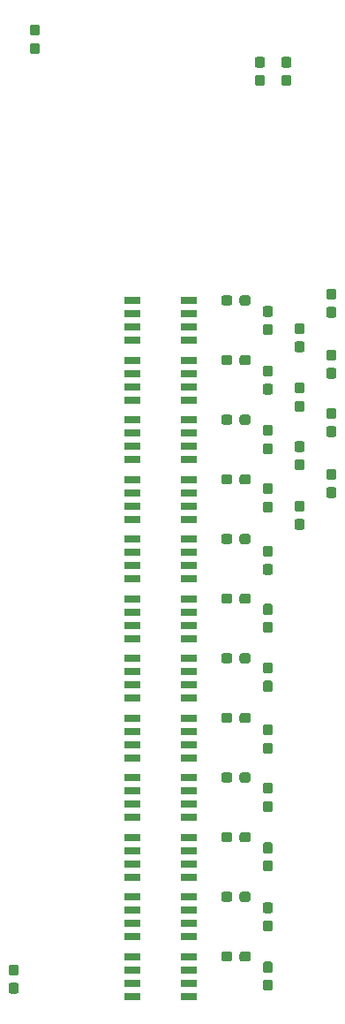
<source format=gbr>
G04 #@! TF.GenerationSoftware,KiCad,Pcbnew,(5.1.5-0-10_14)*
G04 #@! TF.CreationDate,2020-10-24T16:59:39+02:00*
G04 #@! TF.ProjectId,PM Artnet LED DMX,504d2041-7274-46e6-9574-204c45442044,rev?*
G04 #@! TF.SameCoordinates,Original*
G04 #@! TF.FileFunction,Paste,Top*
G04 #@! TF.FilePolarity,Positive*
%FSLAX46Y46*%
G04 Gerber Fmt 4.6, Leading zero omitted, Abs format (unit mm)*
G04 Created by KiCad (PCBNEW (5.1.5-0-10_14)) date 2020-10-24 16:59:39*
%MOMM*%
%LPD*%
G04 APERTURE LIST*
%ADD10C,0.100000*%
%ADD11R,1.525000X0.650000*%
G04 APERTURE END LIST*
D10*
G36*
X93732779Y-68423144D02*
G01*
X93755834Y-68426563D01*
X93778443Y-68432227D01*
X93800387Y-68440079D01*
X93821457Y-68450044D01*
X93841448Y-68462026D01*
X93860168Y-68475910D01*
X93877438Y-68491562D01*
X93893090Y-68508832D01*
X93906974Y-68527552D01*
X93918956Y-68547543D01*
X93928921Y-68568613D01*
X93936773Y-68590557D01*
X93942437Y-68613166D01*
X93945856Y-68636221D01*
X93947000Y-68659500D01*
X93947000Y-69234500D01*
X93945856Y-69257779D01*
X93942437Y-69280834D01*
X93936773Y-69303443D01*
X93928921Y-69325387D01*
X93918956Y-69346457D01*
X93906974Y-69366448D01*
X93893090Y-69385168D01*
X93877438Y-69402438D01*
X93860168Y-69418090D01*
X93841448Y-69431974D01*
X93821457Y-69443956D01*
X93800387Y-69453921D01*
X93778443Y-69461773D01*
X93755834Y-69467437D01*
X93732779Y-69470856D01*
X93709500Y-69472000D01*
X93234500Y-69472000D01*
X93211221Y-69470856D01*
X93188166Y-69467437D01*
X93165557Y-69461773D01*
X93143613Y-69453921D01*
X93122543Y-69443956D01*
X93102552Y-69431974D01*
X93083832Y-69418090D01*
X93066562Y-69402438D01*
X93050910Y-69385168D01*
X93037026Y-69366448D01*
X93025044Y-69346457D01*
X93015079Y-69325387D01*
X93007227Y-69303443D01*
X93001563Y-69280834D01*
X92998144Y-69257779D01*
X92997000Y-69234500D01*
X92997000Y-68659500D01*
X92998144Y-68636221D01*
X93001563Y-68613166D01*
X93007227Y-68590557D01*
X93015079Y-68568613D01*
X93025044Y-68547543D01*
X93037026Y-68527552D01*
X93050910Y-68508832D01*
X93066562Y-68491562D01*
X93083832Y-68475910D01*
X93102552Y-68462026D01*
X93122543Y-68450044D01*
X93143613Y-68440079D01*
X93165557Y-68432227D01*
X93188166Y-68426563D01*
X93211221Y-68423144D01*
X93234500Y-68422000D01*
X93709500Y-68422000D01*
X93732779Y-68423144D01*
G37*
G36*
X93732779Y-66673144D02*
G01*
X93755834Y-66676563D01*
X93778443Y-66682227D01*
X93800387Y-66690079D01*
X93821457Y-66700044D01*
X93841448Y-66712026D01*
X93860168Y-66725910D01*
X93877438Y-66741562D01*
X93893090Y-66758832D01*
X93906974Y-66777552D01*
X93918956Y-66797543D01*
X93928921Y-66818613D01*
X93936773Y-66840557D01*
X93942437Y-66863166D01*
X93945856Y-66886221D01*
X93947000Y-66909500D01*
X93947000Y-67484500D01*
X93945856Y-67507779D01*
X93942437Y-67530834D01*
X93936773Y-67553443D01*
X93928921Y-67575387D01*
X93918956Y-67596457D01*
X93906974Y-67616448D01*
X93893090Y-67635168D01*
X93877438Y-67652438D01*
X93860168Y-67668090D01*
X93841448Y-67681974D01*
X93821457Y-67693956D01*
X93800387Y-67703921D01*
X93778443Y-67711773D01*
X93755834Y-67717437D01*
X93732779Y-67720856D01*
X93709500Y-67722000D01*
X93234500Y-67722000D01*
X93211221Y-67720856D01*
X93188166Y-67717437D01*
X93165557Y-67711773D01*
X93143613Y-67703921D01*
X93122543Y-67693956D01*
X93102552Y-67681974D01*
X93083832Y-67668090D01*
X93066562Y-67652438D01*
X93050910Y-67635168D01*
X93037026Y-67616448D01*
X93025044Y-67596457D01*
X93015079Y-67575387D01*
X93007227Y-67553443D01*
X93001563Y-67530834D01*
X92998144Y-67507779D01*
X92997000Y-67484500D01*
X92997000Y-66909500D01*
X92998144Y-66886221D01*
X93001563Y-66863166D01*
X93007227Y-66840557D01*
X93015079Y-66818613D01*
X93025044Y-66797543D01*
X93037026Y-66777552D01*
X93050910Y-66758832D01*
X93066562Y-66741562D01*
X93083832Y-66725910D01*
X93102552Y-66712026D01*
X93122543Y-66700044D01*
X93143613Y-66690079D01*
X93165557Y-66682227D01*
X93188166Y-66676563D01*
X93211221Y-66673144D01*
X93234500Y-66672000D01*
X93709500Y-66672000D01*
X93732779Y-66673144D01*
G37*
G36*
X93732779Y-73997144D02*
G01*
X93755834Y-74000563D01*
X93778443Y-74006227D01*
X93800387Y-74014079D01*
X93821457Y-74024044D01*
X93841448Y-74036026D01*
X93860168Y-74049910D01*
X93877438Y-74065562D01*
X93893090Y-74082832D01*
X93906974Y-74101552D01*
X93918956Y-74121543D01*
X93928921Y-74142613D01*
X93936773Y-74164557D01*
X93942437Y-74187166D01*
X93945856Y-74210221D01*
X93947000Y-74233500D01*
X93947000Y-74808500D01*
X93945856Y-74831779D01*
X93942437Y-74854834D01*
X93936773Y-74877443D01*
X93928921Y-74899387D01*
X93918956Y-74920457D01*
X93906974Y-74940448D01*
X93893090Y-74959168D01*
X93877438Y-74976438D01*
X93860168Y-74992090D01*
X93841448Y-75005974D01*
X93821457Y-75017956D01*
X93800387Y-75027921D01*
X93778443Y-75035773D01*
X93755834Y-75041437D01*
X93732779Y-75044856D01*
X93709500Y-75046000D01*
X93234500Y-75046000D01*
X93211221Y-75044856D01*
X93188166Y-75041437D01*
X93165557Y-75035773D01*
X93143613Y-75027921D01*
X93122543Y-75017956D01*
X93102552Y-75005974D01*
X93083832Y-74992090D01*
X93066562Y-74976438D01*
X93050910Y-74959168D01*
X93037026Y-74940448D01*
X93025044Y-74920457D01*
X93015079Y-74899387D01*
X93007227Y-74877443D01*
X93001563Y-74854834D01*
X92998144Y-74831779D01*
X92997000Y-74808500D01*
X92997000Y-74233500D01*
X92998144Y-74210221D01*
X93001563Y-74187166D01*
X93007227Y-74164557D01*
X93015079Y-74142613D01*
X93025044Y-74121543D01*
X93037026Y-74101552D01*
X93050910Y-74082832D01*
X93066562Y-74065562D01*
X93083832Y-74049910D01*
X93102552Y-74036026D01*
X93122543Y-74024044D01*
X93143613Y-74014079D01*
X93165557Y-74006227D01*
X93188166Y-74000563D01*
X93211221Y-73997144D01*
X93234500Y-73996000D01*
X93709500Y-73996000D01*
X93732779Y-73997144D01*
G37*
G36*
X93732779Y-72247144D02*
G01*
X93755834Y-72250563D01*
X93778443Y-72256227D01*
X93800387Y-72264079D01*
X93821457Y-72274044D01*
X93841448Y-72286026D01*
X93860168Y-72299910D01*
X93877438Y-72315562D01*
X93893090Y-72332832D01*
X93906974Y-72351552D01*
X93918956Y-72371543D01*
X93928921Y-72392613D01*
X93936773Y-72414557D01*
X93942437Y-72437166D01*
X93945856Y-72460221D01*
X93947000Y-72483500D01*
X93947000Y-73058500D01*
X93945856Y-73081779D01*
X93942437Y-73104834D01*
X93936773Y-73127443D01*
X93928921Y-73149387D01*
X93918956Y-73170457D01*
X93906974Y-73190448D01*
X93893090Y-73209168D01*
X93877438Y-73226438D01*
X93860168Y-73242090D01*
X93841448Y-73255974D01*
X93821457Y-73267956D01*
X93800387Y-73277921D01*
X93778443Y-73285773D01*
X93755834Y-73291437D01*
X93732779Y-73294856D01*
X93709500Y-73296000D01*
X93234500Y-73296000D01*
X93211221Y-73294856D01*
X93188166Y-73291437D01*
X93165557Y-73285773D01*
X93143613Y-73277921D01*
X93122543Y-73267956D01*
X93102552Y-73255974D01*
X93083832Y-73242090D01*
X93066562Y-73226438D01*
X93050910Y-73209168D01*
X93037026Y-73190448D01*
X93025044Y-73170457D01*
X93015079Y-73149387D01*
X93007227Y-73127443D01*
X93001563Y-73104834D01*
X92998144Y-73081779D01*
X92997000Y-73058500D01*
X92997000Y-72483500D01*
X92998144Y-72460221D01*
X93001563Y-72437166D01*
X93007227Y-72414557D01*
X93015079Y-72392613D01*
X93025044Y-72371543D01*
X93037026Y-72351552D01*
X93050910Y-72332832D01*
X93066562Y-72315562D01*
X93083832Y-72299910D01*
X93102552Y-72286026D01*
X93122543Y-72274044D01*
X93143613Y-72264079D01*
X93165557Y-72256227D01*
X93188166Y-72250563D01*
X93211221Y-72247144D01*
X93234500Y-72246000D01*
X93709500Y-72246000D01*
X93732779Y-72247144D01*
G37*
G36*
X93732779Y-79613144D02*
G01*
X93755834Y-79616563D01*
X93778443Y-79622227D01*
X93800387Y-79630079D01*
X93821457Y-79640044D01*
X93841448Y-79652026D01*
X93860168Y-79665910D01*
X93877438Y-79681562D01*
X93893090Y-79698832D01*
X93906974Y-79717552D01*
X93918956Y-79737543D01*
X93928921Y-79758613D01*
X93936773Y-79780557D01*
X93942437Y-79803166D01*
X93945856Y-79826221D01*
X93947000Y-79849500D01*
X93947000Y-80424500D01*
X93945856Y-80447779D01*
X93942437Y-80470834D01*
X93936773Y-80493443D01*
X93928921Y-80515387D01*
X93918956Y-80536457D01*
X93906974Y-80556448D01*
X93893090Y-80575168D01*
X93877438Y-80592438D01*
X93860168Y-80608090D01*
X93841448Y-80621974D01*
X93821457Y-80633956D01*
X93800387Y-80643921D01*
X93778443Y-80651773D01*
X93755834Y-80657437D01*
X93732779Y-80660856D01*
X93709500Y-80662000D01*
X93234500Y-80662000D01*
X93211221Y-80660856D01*
X93188166Y-80657437D01*
X93165557Y-80651773D01*
X93143613Y-80643921D01*
X93122543Y-80633956D01*
X93102552Y-80621974D01*
X93083832Y-80608090D01*
X93066562Y-80592438D01*
X93050910Y-80575168D01*
X93037026Y-80556448D01*
X93025044Y-80536457D01*
X93015079Y-80515387D01*
X93007227Y-80493443D01*
X93001563Y-80470834D01*
X92998144Y-80447779D01*
X92997000Y-80424500D01*
X92997000Y-79849500D01*
X92998144Y-79826221D01*
X93001563Y-79803166D01*
X93007227Y-79780557D01*
X93015079Y-79758613D01*
X93025044Y-79737543D01*
X93037026Y-79717552D01*
X93050910Y-79698832D01*
X93066562Y-79681562D01*
X93083832Y-79665910D01*
X93102552Y-79652026D01*
X93122543Y-79640044D01*
X93143613Y-79630079D01*
X93165557Y-79622227D01*
X93188166Y-79616563D01*
X93211221Y-79613144D01*
X93234500Y-79612000D01*
X93709500Y-79612000D01*
X93732779Y-79613144D01*
G37*
G36*
X93732779Y-77863144D02*
G01*
X93755834Y-77866563D01*
X93778443Y-77872227D01*
X93800387Y-77880079D01*
X93821457Y-77890044D01*
X93841448Y-77902026D01*
X93860168Y-77915910D01*
X93877438Y-77931562D01*
X93893090Y-77948832D01*
X93906974Y-77967552D01*
X93918956Y-77987543D01*
X93928921Y-78008613D01*
X93936773Y-78030557D01*
X93942437Y-78053166D01*
X93945856Y-78076221D01*
X93947000Y-78099500D01*
X93947000Y-78674500D01*
X93945856Y-78697779D01*
X93942437Y-78720834D01*
X93936773Y-78743443D01*
X93928921Y-78765387D01*
X93918956Y-78786457D01*
X93906974Y-78806448D01*
X93893090Y-78825168D01*
X93877438Y-78842438D01*
X93860168Y-78858090D01*
X93841448Y-78871974D01*
X93821457Y-78883956D01*
X93800387Y-78893921D01*
X93778443Y-78901773D01*
X93755834Y-78907437D01*
X93732779Y-78910856D01*
X93709500Y-78912000D01*
X93234500Y-78912000D01*
X93211221Y-78910856D01*
X93188166Y-78907437D01*
X93165557Y-78901773D01*
X93143613Y-78893921D01*
X93122543Y-78883956D01*
X93102552Y-78871974D01*
X93083832Y-78858090D01*
X93066562Y-78842438D01*
X93050910Y-78825168D01*
X93037026Y-78806448D01*
X93025044Y-78786457D01*
X93015079Y-78765387D01*
X93007227Y-78743443D01*
X93001563Y-78720834D01*
X92998144Y-78697779D01*
X92997000Y-78674500D01*
X92997000Y-78099500D01*
X92998144Y-78076221D01*
X93001563Y-78053166D01*
X93007227Y-78030557D01*
X93015079Y-78008613D01*
X93025044Y-77987543D01*
X93037026Y-77967552D01*
X93050910Y-77948832D01*
X93066562Y-77931562D01*
X93083832Y-77915910D01*
X93102552Y-77902026D01*
X93122543Y-77890044D01*
X93143613Y-77880079D01*
X93165557Y-77872227D01*
X93188166Y-77866563D01*
X93211221Y-77863144D01*
X93234500Y-77862000D01*
X93709500Y-77862000D01*
X93732779Y-77863144D01*
G37*
G36*
X93732779Y-85554144D02*
G01*
X93755834Y-85557563D01*
X93778443Y-85563227D01*
X93800387Y-85571079D01*
X93821457Y-85581044D01*
X93841448Y-85593026D01*
X93860168Y-85606910D01*
X93877438Y-85622562D01*
X93893090Y-85639832D01*
X93906974Y-85658552D01*
X93918956Y-85678543D01*
X93928921Y-85699613D01*
X93936773Y-85721557D01*
X93942437Y-85744166D01*
X93945856Y-85767221D01*
X93947000Y-85790500D01*
X93947000Y-86365500D01*
X93945856Y-86388779D01*
X93942437Y-86411834D01*
X93936773Y-86434443D01*
X93928921Y-86456387D01*
X93918956Y-86477457D01*
X93906974Y-86497448D01*
X93893090Y-86516168D01*
X93877438Y-86533438D01*
X93860168Y-86549090D01*
X93841448Y-86562974D01*
X93821457Y-86574956D01*
X93800387Y-86584921D01*
X93778443Y-86592773D01*
X93755834Y-86598437D01*
X93732779Y-86601856D01*
X93709500Y-86603000D01*
X93234500Y-86603000D01*
X93211221Y-86601856D01*
X93188166Y-86598437D01*
X93165557Y-86592773D01*
X93143613Y-86584921D01*
X93122543Y-86574956D01*
X93102552Y-86562974D01*
X93083832Y-86549090D01*
X93066562Y-86533438D01*
X93050910Y-86516168D01*
X93037026Y-86497448D01*
X93025044Y-86477457D01*
X93015079Y-86456387D01*
X93007227Y-86434443D01*
X93001563Y-86411834D01*
X92998144Y-86388779D01*
X92997000Y-86365500D01*
X92997000Y-85790500D01*
X92998144Y-85767221D01*
X93001563Y-85744166D01*
X93007227Y-85721557D01*
X93015079Y-85699613D01*
X93025044Y-85678543D01*
X93037026Y-85658552D01*
X93050910Y-85639832D01*
X93066562Y-85622562D01*
X93083832Y-85606910D01*
X93102552Y-85593026D01*
X93122543Y-85581044D01*
X93143613Y-85571079D01*
X93165557Y-85563227D01*
X93188166Y-85557563D01*
X93211221Y-85554144D01*
X93234500Y-85553000D01*
X93709500Y-85553000D01*
X93732779Y-85554144D01*
G37*
G36*
X93732779Y-83804144D02*
G01*
X93755834Y-83807563D01*
X93778443Y-83813227D01*
X93800387Y-83821079D01*
X93821457Y-83831044D01*
X93841448Y-83843026D01*
X93860168Y-83856910D01*
X93877438Y-83872562D01*
X93893090Y-83889832D01*
X93906974Y-83908552D01*
X93918956Y-83928543D01*
X93928921Y-83949613D01*
X93936773Y-83971557D01*
X93942437Y-83994166D01*
X93945856Y-84017221D01*
X93947000Y-84040500D01*
X93947000Y-84615500D01*
X93945856Y-84638779D01*
X93942437Y-84661834D01*
X93936773Y-84684443D01*
X93928921Y-84706387D01*
X93918956Y-84727457D01*
X93906974Y-84747448D01*
X93893090Y-84766168D01*
X93877438Y-84783438D01*
X93860168Y-84799090D01*
X93841448Y-84812974D01*
X93821457Y-84824956D01*
X93800387Y-84834921D01*
X93778443Y-84842773D01*
X93755834Y-84848437D01*
X93732779Y-84851856D01*
X93709500Y-84853000D01*
X93234500Y-84853000D01*
X93211221Y-84851856D01*
X93188166Y-84848437D01*
X93165557Y-84842773D01*
X93143613Y-84834921D01*
X93122543Y-84824956D01*
X93102552Y-84812974D01*
X93083832Y-84799090D01*
X93066562Y-84783438D01*
X93050910Y-84766168D01*
X93037026Y-84747448D01*
X93025044Y-84727457D01*
X93015079Y-84706387D01*
X93007227Y-84684443D01*
X93001563Y-84661834D01*
X92998144Y-84638779D01*
X92997000Y-84615500D01*
X92997000Y-84040500D01*
X92998144Y-84017221D01*
X93001563Y-83994166D01*
X93007227Y-83971557D01*
X93015079Y-83949613D01*
X93025044Y-83928543D01*
X93037026Y-83908552D01*
X93050910Y-83889832D01*
X93066562Y-83872562D01*
X93083832Y-83856910D01*
X93102552Y-83843026D01*
X93122543Y-83831044D01*
X93143613Y-83821079D01*
X93165557Y-83813227D01*
X93188166Y-83807563D01*
X93211221Y-83804144D01*
X93234500Y-83803000D01*
X93709500Y-83803000D01*
X93732779Y-83804144D01*
G37*
G36*
X93732779Y-91156144D02*
G01*
X93755834Y-91159563D01*
X93778443Y-91165227D01*
X93800387Y-91173079D01*
X93821457Y-91183044D01*
X93841448Y-91195026D01*
X93860168Y-91208910D01*
X93877438Y-91224562D01*
X93893090Y-91241832D01*
X93906974Y-91260552D01*
X93918956Y-91280543D01*
X93928921Y-91301613D01*
X93936773Y-91323557D01*
X93942437Y-91346166D01*
X93945856Y-91369221D01*
X93947000Y-91392500D01*
X93947000Y-91967500D01*
X93945856Y-91990779D01*
X93942437Y-92013834D01*
X93936773Y-92036443D01*
X93928921Y-92058387D01*
X93918956Y-92079457D01*
X93906974Y-92099448D01*
X93893090Y-92118168D01*
X93877438Y-92135438D01*
X93860168Y-92151090D01*
X93841448Y-92164974D01*
X93821457Y-92176956D01*
X93800387Y-92186921D01*
X93778443Y-92194773D01*
X93755834Y-92200437D01*
X93732779Y-92203856D01*
X93709500Y-92205000D01*
X93234500Y-92205000D01*
X93211221Y-92203856D01*
X93188166Y-92200437D01*
X93165557Y-92194773D01*
X93143613Y-92186921D01*
X93122543Y-92176956D01*
X93102552Y-92164974D01*
X93083832Y-92151090D01*
X93066562Y-92135438D01*
X93050910Y-92118168D01*
X93037026Y-92099448D01*
X93025044Y-92079457D01*
X93015079Y-92058387D01*
X93007227Y-92036443D01*
X93001563Y-92013834D01*
X92998144Y-91990779D01*
X92997000Y-91967500D01*
X92997000Y-91392500D01*
X92998144Y-91369221D01*
X93001563Y-91346166D01*
X93007227Y-91323557D01*
X93015079Y-91301613D01*
X93025044Y-91280543D01*
X93037026Y-91260552D01*
X93050910Y-91241832D01*
X93066562Y-91224562D01*
X93083832Y-91208910D01*
X93102552Y-91195026D01*
X93122543Y-91183044D01*
X93143613Y-91173079D01*
X93165557Y-91165227D01*
X93188166Y-91159563D01*
X93211221Y-91156144D01*
X93234500Y-91155000D01*
X93709500Y-91155000D01*
X93732779Y-91156144D01*
G37*
G36*
X93732779Y-89406144D02*
G01*
X93755834Y-89409563D01*
X93778443Y-89415227D01*
X93800387Y-89423079D01*
X93821457Y-89433044D01*
X93841448Y-89445026D01*
X93860168Y-89458910D01*
X93877438Y-89474562D01*
X93893090Y-89491832D01*
X93906974Y-89510552D01*
X93918956Y-89530543D01*
X93928921Y-89551613D01*
X93936773Y-89573557D01*
X93942437Y-89596166D01*
X93945856Y-89619221D01*
X93947000Y-89642500D01*
X93947000Y-90217500D01*
X93945856Y-90240779D01*
X93942437Y-90263834D01*
X93936773Y-90286443D01*
X93928921Y-90308387D01*
X93918956Y-90329457D01*
X93906974Y-90349448D01*
X93893090Y-90368168D01*
X93877438Y-90385438D01*
X93860168Y-90401090D01*
X93841448Y-90414974D01*
X93821457Y-90426956D01*
X93800387Y-90436921D01*
X93778443Y-90444773D01*
X93755834Y-90450437D01*
X93732779Y-90453856D01*
X93709500Y-90455000D01*
X93234500Y-90455000D01*
X93211221Y-90453856D01*
X93188166Y-90450437D01*
X93165557Y-90444773D01*
X93143613Y-90436921D01*
X93122543Y-90426956D01*
X93102552Y-90414974D01*
X93083832Y-90401090D01*
X93066562Y-90385438D01*
X93050910Y-90368168D01*
X93037026Y-90349448D01*
X93025044Y-90329457D01*
X93015079Y-90308387D01*
X93007227Y-90286443D01*
X93001563Y-90263834D01*
X92998144Y-90240779D01*
X92997000Y-90217500D01*
X92997000Y-89642500D01*
X92998144Y-89619221D01*
X93001563Y-89596166D01*
X93007227Y-89573557D01*
X93015079Y-89551613D01*
X93025044Y-89530543D01*
X93037026Y-89510552D01*
X93050910Y-89491832D01*
X93066562Y-89474562D01*
X93083832Y-89458910D01*
X93102552Y-89445026D01*
X93122543Y-89433044D01*
X93143613Y-89423079D01*
X93165557Y-89415227D01*
X93188166Y-89409563D01*
X93211221Y-89406144D01*
X93234500Y-89405000D01*
X93709500Y-89405000D01*
X93732779Y-89406144D01*
G37*
G36*
X93732779Y-96857144D02*
G01*
X93755834Y-96860563D01*
X93778443Y-96866227D01*
X93800387Y-96874079D01*
X93821457Y-96884044D01*
X93841448Y-96896026D01*
X93860168Y-96909910D01*
X93877438Y-96925562D01*
X93893090Y-96942832D01*
X93906974Y-96961552D01*
X93918956Y-96981543D01*
X93928921Y-97002613D01*
X93936773Y-97024557D01*
X93942437Y-97047166D01*
X93945856Y-97070221D01*
X93947000Y-97093500D01*
X93947000Y-97668500D01*
X93945856Y-97691779D01*
X93942437Y-97714834D01*
X93936773Y-97737443D01*
X93928921Y-97759387D01*
X93918956Y-97780457D01*
X93906974Y-97800448D01*
X93893090Y-97819168D01*
X93877438Y-97836438D01*
X93860168Y-97852090D01*
X93841448Y-97865974D01*
X93821457Y-97877956D01*
X93800387Y-97887921D01*
X93778443Y-97895773D01*
X93755834Y-97901437D01*
X93732779Y-97904856D01*
X93709500Y-97906000D01*
X93234500Y-97906000D01*
X93211221Y-97904856D01*
X93188166Y-97901437D01*
X93165557Y-97895773D01*
X93143613Y-97887921D01*
X93122543Y-97877956D01*
X93102552Y-97865974D01*
X93083832Y-97852090D01*
X93066562Y-97836438D01*
X93050910Y-97819168D01*
X93037026Y-97800448D01*
X93025044Y-97780457D01*
X93015079Y-97759387D01*
X93007227Y-97737443D01*
X93001563Y-97714834D01*
X92998144Y-97691779D01*
X92997000Y-97668500D01*
X92997000Y-97093500D01*
X92998144Y-97070221D01*
X93001563Y-97047166D01*
X93007227Y-97024557D01*
X93015079Y-97002613D01*
X93025044Y-96981543D01*
X93037026Y-96961552D01*
X93050910Y-96942832D01*
X93066562Y-96925562D01*
X93083832Y-96909910D01*
X93102552Y-96896026D01*
X93122543Y-96884044D01*
X93143613Y-96874079D01*
X93165557Y-96866227D01*
X93188166Y-96860563D01*
X93211221Y-96857144D01*
X93234500Y-96856000D01*
X93709500Y-96856000D01*
X93732779Y-96857144D01*
G37*
G36*
X93732779Y-95107144D02*
G01*
X93755834Y-95110563D01*
X93778443Y-95116227D01*
X93800387Y-95124079D01*
X93821457Y-95134044D01*
X93841448Y-95146026D01*
X93860168Y-95159910D01*
X93877438Y-95175562D01*
X93893090Y-95192832D01*
X93906974Y-95211552D01*
X93918956Y-95231543D01*
X93928921Y-95252613D01*
X93936773Y-95274557D01*
X93942437Y-95297166D01*
X93945856Y-95320221D01*
X93947000Y-95343500D01*
X93947000Y-95918500D01*
X93945856Y-95941779D01*
X93942437Y-95964834D01*
X93936773Y-95987443D01*
X93928921Y-96009387D01*
X93918956Y-96030457D01*
X93906974Y-96050448D01*
X93893090Y-96069168D01*
X93877438Y-96086438D01*
X93860168Y-96102090D01*
X93841448Y-96115974D01*
X93821457Y-96127956D01*
X93800387Y-96137921D01*
X93778443Y-96145773D01*
X93755834Y-96151437D01*
X93732779Y-96154856D01*
X93709500Y-96156000D01*
X93234500Y-96156000D01*
X93211221Y-96154856D01*
X93188166Y-96151437D01*
X93165557Y-96145773D01*
X93143613Y-96137921D01*
X93122543Y-96127956D01*
X93102552Y-96115974D01*
X93083832Y-96102090D01*
X93066562Y-96086438D01*
X93050910Y-96069168D01*
X93037026Y-96050448D01*
X93025044Y-96030457D01*
X93015079Y-96009387D01*
X93007227Y-95987443D01*
X93001563Y-95964834D01*
X92998144Y-95941779D01*
X92997000Y-95918500D01*
X92997000Y-95343500D01*
X92998144Y-95320221D01*
X93001563Y-95297166D01*
X93007227Y-95274557D01*
X93015079Y-95252613D01*
X93025044Y-95231543D01*
X93037026Y-95211552D01*
X93050910Y-95192832D01*
X93066562Y-95175562D01*
X93083832Y-95159910D01*
X93102552Y-95146026D01*
X93122543Y-95134044D01*
X93143613Y-95124079D01*
X93165557Y-95116227D01*
X93188166Y-95110563D01*
X93211221Y-95107144D01*
X93234500Y-95106000D01*
X93709500Y-95106000D01*
X93732779Y-95107144D01*
G37*
G36*
X93732779Y-102600144D02*
G01*
X93755834Y-102603563D01*
X93778443Y-102609227D01*
X93800387Y-102617079D01*
X93821457Y-102627044D01*
X93841448Y-102639026D01*
X93860168Y-102652910D01*
X93877438Y-102668562D01*
X93893090Y-102685832D01*
X93906974Y-102704552D01*
X93918956Y-102724543D01*
X93928921Y-102745613D01*
X93936773Y-102767557D01*
X93942437Y-102790166D01*
X93945856Y-102813221D01*
X93947000Y-102836500D01*
X93947000Y-103411500D01*
X93945856Y-103434779D01*
X93942437Y-103457834D01*
X93936773Y-103480443D01*
X93928921Y-103502387D01*
X93918956Y-103523457D01*
X93906974Y-103543448D01*
X93893090Y-103562168D01*
X93877438Y-103579438D01*
X93860168Y-103595090D01*
X93841448Y-103608974D01*
X93821457Y-103620956D01*
X93800387Y-103630921D01*
X93778443Y-103638773D01*
X93755834Y-103644437D01*
X93732779Y-103647856D01*
X93709500Y-103649000D01*
X93234500Y-103649000D01*
X93211221Y-103647856D01*
X93188166Y-103644437D01*
X93165557Y-103638773D01*
X93143613Y-103630921D01*
X93122543Y-103620956D01*
X93102552Y-103608974D01*
X93083832Y-103595090D01*
X93066562Y-103579438D01*
X93050910Y-103562168D01*
X93037026Y-103543448D01*
X93025044Y-103523457D01*
X93015079Y-103502387D01*
X93007227Y-103480443D01*
X93001563Y-103457834D01*
X92998144Y-103434779D01*
X92997000Y-103411500D01*
X92997000Y-102836500D01*
X92998144Y-102813221D01*
X93001563Y-102790166D01*
X93007227Y-102767557D01*
X93015079Y-102745613D01*
X93025044Y-102724543D01*
X93037026Y-102704552D01*
X93050910Y-102685832D01*
X93066562Y-102668562D01*
X93083832Y-102652910D01*
X93102552Y-102639026D01*
X93122543Y-102627044D01*
X93143613Y-102617079D01*
X93165557Y-102609227D01*
X93188166Y-102603563D01*
X93211221Y-102600144D01*
X93234500Y-102599000D01*
X93709500Y-102599000D01*
X93732779Y-102600144D01*
G37*
G36*
X93732779Y-100850144D02*
G01*
X93755834Y-100853563D01*
X93778443Y-100859227D01*
X93800387Y-100867079D01*
X93821457Y-100877044D01*
X93841448Y-100889026D01*
X93860168Y-100902910D01*
X93877438Y-100918562D01*
X93893090Y-100935832D01*
X93906974Y-100954552D01*
X93918956Y-100974543D01*
X93928921Y-100995613D01*
X93936773Y-101017557D01*
X93942437Y-101040166D01*
X93945856Y-101063221D01*
X93947000Y-101086500D01*
X93947000Y-101661500D01*
X93945856Y-101684779D01*
X93942437Y-101707834D01*
X93936773Y-101730443D01*
X93928921Y-101752387D01*
X93918956Y-101773457D01*
X93906974Y-101793448D01*
X93893090Y-101812168D01*
X93877438Y-101829438D01*
X93860168Y-101845090D01*
X93841448Y-101858974D01*
X93821457Y-101870956D01*
X93800387Y-101880921D01*
X93778443Y-101888773D01*
X93755834Y-101894437D01*
X93732779Y-101897856D01*
X93709500Y-101899000D01*
X93234500Y-101899000D01*
X93211221Y-101897856D01*
X93188166Y-101894437D01*
X93165557Y-101888773D01*
X93143613Y-101880921D01*
X93122543Y-101870956D01*
X93102552Y-101858974D01*
X93083832Y-101845090D01*
X93066562Y-101829438D01*
X93050910Y-101812168D01*
X93037026Y-101793448D01*
X93025044Y-101773457D01*
X93015079Y-101752387D01*
X93007227Y-101730443D01*
X93001563Y-101707834D01*
X92998144Y-101684779D01*
X92997000Y-101661500D01*
X92997000Y-101086500D01*
X92998144Y-101063221D01*
X93001563Y-101040166D01*
X93007227Y-101017557D01*
X93015079Y-100995613D01*
X93025044Y-100974543D01*
X93037026Y-100954552D01*
X93050910Y-100935832D01*
X93066562Y-100918562D01*
X93083832Y-100902910D01*
X93102552Y-100889026D01*
X93122543Y-100877044D01*
X93143613Y-100867079D01*
X93165557Y-100859227D01*
X93188166Y-100853563D01*
X93211221Y-100850144D01*
X93234500Y-100849000D01*
X93709500Y-100849000D01*
X93732779Y-100850144D01*
G37*
G36*
X93732779Y-108287144D02*
G01*
X93755834Y-108290563D01*
X93778443Y-108296227D01*
X93800387Y-108304079D01*
X93821457Y-108314044D01*
X93841448Y-108326026D01*
X93860168Y-108339910D01*
X93877438Y-108355562D01*
X93893090Y-108372832D01*
X93906974Y-108391552D01*
X93918956Y-108411543D01*
X93928921Y-108432613D01*
X93936773Y-108454557D01*
X93942437Y-108477166D01*
X93945856Y-108500221D01*
X93947000Y-108523500D01*
X93947000Y-109098500D01*
X93945856Y-109121779D01*
X93942437Y-109144834D01*
X93936773Y-109167443D01*
X93928921Y-109189387D01*
X93918956Y-109210457D01*
X93906974Y-109230448D01*
X93893090Y-109249168D01*
X93877438Y-109266438D01*
X93860168Y-109282090D01*
X93841448Y-109295974D01*
X93821457Y-109307956D01*
X93800387Y-109317921D01*
X93778443Y-109325773D01*
X93755834Y-109331437D01*
X93732779Y-109334856D01*
X93709500Y-109336000D01*
X93234500Y-109336000D01*
X93211221Y-109334856D01*
X93188166Y-109331437D01*
X93165557Y-109325773D01*
X93143613Y-109317921D01*
X93122543Y-109307956D01*
X93102552Y-109295974D01*
X93083832Y-109282090D01*
X93066562Y-109266438D01*
X93050910Y-109249168D01*
X93037026Y-109230448D01*
X93025044Y-109210457D01*
X93015079Y-109189387D01*
X93007227Y-109167443D01*
X93001563Y-109144834D01*
X92998144Y-109121779D01*
X92997000Y-109098500D01*
X92997000Y-108523500D01*
X92998144Y-108500221D01*
X93001563Y-108477166D01*
X93007227Y-108454557D01*
X93015079Y-108432613D01*
X93025044Y-108411543D01*
X93037026Y-108391552D01*
X93050910Y-108372832D01*
X93066562Y-108355562D01*
X93083832Y-108339910D01*
X93102552Y-108326026D01*
X93122543Y-108314044D01*
X93143613Y-108304079D01*
X93165557Y-108296227D01*
X93188166Y-108290563D01*
X93211221Y-108287144D01*
X93234500Y-108286000D01*
X93709500Y-108286000D01*
X93732779Y-108287144D01*
G37*
G36*
X93732779Y-106537144D02*
G01*
X93755834Y-106540563D01*
X93778443Y-106546227D01*
X93800387Y-106554079D01*
X93821457Y-106564044D01*
X93841448Y-106576026D01*
X93860168Y-106589910D01*
X93877438Y-106605562D01*
X93893090Y-106622832D01*
X93906974Y-106641552D01*
X93918956Y-106661543D01*
X93928921Y-106682613D01*
X93936773Y-106704557D01*
X93942437Y-106727166D01*
X93945856Y-106750221D01*
X93947000Y-106773500D01*
X93947000Y-107348500D01*
X93945856Y-107371779D01*
X93942437Y-107394834D01*
X93936773Y-107417443D01*
X93928921Y-107439387D01*
X93918956Y-107460457D01*
X93906974Y-107480448D01*
X93893090Y-107499168D01*
X93877438Y-107516438D01*
X93860168Y-107532090D01*
X93841448Y-107545974D01*
X93821457Y-107557956D01*
X93800387Y-107567921D01*
X93778443Y-107575773D01*
X93755834Y-107581437D01*
X93732779Y-107584856D01*
X93709500Y-107586000D01*
X93234500Y-107586000D01*
X93211221Y-107584856D01*
X93188166Y-107581437D01*
X93165557Y-107575773D01*
X93143613Y-107567921D01*
X93122543Y-107557956D01*
X93102552Y-107545974D01*
X93083832Y-107532090D01*
X93066562Y-107516438D01*
X93050910Y-107499168D01*
X93037026Y-107480448D01*
X93025044Y-107460457D01*
X93015079Y-107439387D01*
X93007227Y-107417443D01*
X93001563Y-107394834D01*
X92998144Y-107371779D01*
X92997000Y-107348500D01*
X92997000Y-106773500D01*
X92998144Y-106750221D01*
X93001563Y-106727166D01*
X93007227Y-106704557D01*
X93015079Y-106682613D01*
X93025044Y-106661543D01*
X93037026Y-106641552D01*
X93050910Y-106622832D01*
X93066562Y-106605562D01*
X93083832Y-106589910D01*
X93102552Y-106576026D01*
X93122543Y-106564044D01*
X93143613Y-106554079D01*
X93165557Y-106546227D01*
X93188166Y-106540563D01*
X93211221Y-106537144D01*
X93234500Y-106536000D01*
X93709500Y-106536000D01*
X93732779Y-106537144D01*
G37*
G36*
X69348779Y-106805144D02*
G01*
X69371834Y-106808563D01*
X69394443Y-106814227D01*
X69416387Y-106822079D01*
X69437457Y-106832044D01*
X69457448Y-106844026D01*
X69476168Y-106857910D01*
X69493438Y-106873562D01*
X69509090Y-106890832D01*
X69522974Y-106909552D01*
X69534956Y-106929543D01*
X69544921Y-106950613D01*
X69552773Y-106972557D01*
X69558437Y-106995166D01*
X69561856Y-107018221D01*
X69563000Y-107041500D01*
X69563000Y-107616500D01*
X69561856Y-107639779D01*
X69558437Y-107662834D01*
X69552773Y-107685443D01*
X69544921Y-107707387D01*
X69534956Y-107728457D01*
X69522974Y-107748448D01*
X69509090Y-107767168D01*
X69493438Y-107784438D01*
X69476168Y-107800090D01*
X69457448Y-107813974D01*
X69437457Y-107825956D01*
X69416387Y-107835921D01*
X69394443Y-107843773D01*
X69371834Y-107849437D01*
X69348779Y-107852856D01*
X69325500Y-107854000D01*
X68850500Y-107854000D01*
X68827221Y-107852856D01*
X68804166Y-107849437D01*
X68781557Y-107843773D01*
X68759613Y-107835921D01*
X68738543Y-107825956D01*
X68718552Y-107813974D01*
X68699832Y-107800090D01*
X68682562Y-107784438D01*
X68666910Y-107767168D01*
X68653026Y-107748448D01*
X68641044Y-107728457D01*
X68631079Y-107707387D01*
X68623227Y-107685443D01*
X68617563Y-107662834D01*
X68614144Y-107639779D01*
X68613000Y-107616500D01*
X68613000Y-107041500D01*
X68614144Y-107018221D01*
X68617563Y-106995166D01*
X68623227Y-106972557D01*
X68631079Y-106950613D01*
X68641044Y-106929543D01*
X68653026Y-106909552D01*
X68666910Y-106890832D01*
X68682562Y-106873562D01*
X68699832Y-106857910D01*
X68718552Y-106844026D01*
X68738543Y-106832044D01*
X68759613Y-106822079D01*
X68781557Y-106814227D01*
X68804166Y-106808563D01*
X68827221Y-106805144D01*
X68850500Y-106804000D01*
X69325500Y-106804000D01*
X69348779Y-106805144D01*
G37*
G36*
X69348779Y-108555144D02*
G01*
X69371834Y-108558563D01*
X69394443Y-108564227D01*
X69416387Y-108572079D01*
X69437457Y-108582044D01*
X69457448Y-108594026D01*
X69476168Y-108607910D01*
X69493438Y-108623562D01*
X69509090Y-108640832D01*
X69522974Y-108659552D01*
X69534956Y-108679543D01*
X69544921Y-108700613D01*
X69552773Y-108722557D01*
X69558437Y-108745166D01*
X69561856Y-108768221D01*
X69563000Y-108791500D01*
X69563000Y-109366500D01*
X69561856Y-109389779D01*
X69558437Y-109412834D01*
X69552773Y-109435443D01*
X69544921Y-109457387D01*
X69534956Y-109478457D01*
X69522974Y-109498448D01*
X69509090Y-109517168D01*
X69493438Y-109534438D01*
X69476168Y-109550090D01*
X69457448Y-109563974D01*
X69437457Y-109575956D01*
X69416387Y-109585921D01*
X69394443Y-109593773D01*
X69371834Y-109599437D01*
X69348779Y-109602856D01*
X69325500Y-109604000D01*
X68850500Y-109604000D01*
X68827221Y-109602856D01*
X68804166Y-109599437D01*
X68781557Y-109593773D01*
X68759613Y-109585921D01*
X68738543Y-109575956D01*
X68718552Y-109563974D01*
X68699832Y-109550090D01*
X68682562Y-109534438D01*
X68666910Y-109517168D01*
X68653026Y-109498448D01*
X68641044Y-109478457D01*
X68631079Y-109457387D01*
X68623227Y-109435443D01*
X68617563Y-109412834D01*
X68614144Y-109389779D01*
X68613000Y-109366500D01*
X68613000Y-108791500D01*
X68614144Y-108768221D01*
X68617563Y-108745166D01*
X68623227Y-108722557D01*
X68631079Y-108700613D01*
X68641044Y-108679543D01*
X68653026Y-108659552D01*
X68666910Y-108640832D01*
X68682562Y-108623562D01*
X68699832Y-108607910D01*
X68718552Y-108594026D01*
X68738543Y-108582044D01*
X68759613Y-108572079D01*
X68781557Y-108564227D01*
X68804166Y-108558563D01*
X68827221Y-108555144D01*
X68850500Y-108554000D01*
X69325500Y-108554000D01*
X69348779Y-108555144D01*
G37*
G36*
X99828779Y-43785144D02*
G01*
X99851834Y-43788563D01*
X99874443Y-43794227D01*
X99896387Y-43802079D01*
X99917457Y-43812044D01*
X99937448Y-43824026D01*
X99956168Y-43837910D01*
X99973438Y-43853562D01*
X99989090Y-43870832D01*
X100002974Y-43889552D01*
X100014956Y-43909543D01*
X100024921Y-43930613D01*
X100032773Y-43952557D01*
X100038437Y-43975166D01*
X100041856Y-43998221D01*
X100043000Y-44021500D01*
X100043000Y-44596500D01*
X100041856Y-44619779D01*
X100038437Y-44642834D01*
X100032773Y-44665443D01*
X100024921Y-44687387D01*
X100014956Y-44708457D01*
X100002974Y-44728448D01*
X99989090Y-44747168D01*
X99973438Y-44764438D01*
X99956168Y-44780090D01*
X99937448Y-44793974D01*
X99917457Y-44805956D01*
X99896387Y-44815921D01*
X99874443Y-44823773D01*
X99851834Y-44829437D01*
X99828779Y-44832856D01*
X99805500Y-44834000D01*
X99330500Y-44834000D01*
X99307221Y-44832856D01*
X99284166Y-44829437D01*
X99261557Y-44823773D01*
X99239613Y-44815921D01*
X99218543Y-44805956D01*
X99198552Y-44793974D01*
X99179832Y-44780090D01*
X99162562Y-44764438D01*
X99146910Y-44747168D01*
X99133026Y-44728448D01*
X99121044Y-44708457D01*
X99111079Y-44687387D01*
X99103227Y-44665443D01*
X99097563Y-44642834D01*
X99094144Y-44619779D01*
X99093000Y-44596500D01*
X99093000Y-44021500D01*
X99094144Y-43998221D01*
X99097563Y-43975166D01*
X99103227Y-43952557D01*
X99111079Y-43930613D01*
X99121044Y-43909543D01*
X99133026Y-43889552D01*
X99146910Y-43870832D01*
X99162562Y-43853562D01*
X99179832Y-43837910D01*
X99198552Y-43824026D01*
X99218543Y-43812044D01*
X99239613Y-43802079D01*
X99261557Y-43794227D01*
X99284166Y-43788563D01*
X99307221Y-43785144D01*
X99330500Y-43784000D01*
X99805500Y-43784000D01*
X99828779Y-43785144D01*
G37*
G36*
X99828779Y-42035144D02*
G01*
X99851834Y-42038563D01*
X99874443Y-42044227D01*
X99896387Y-42052079D01*
X99917457Y-42062044D01*
X99937448Y-42074026D01*
X99956168Y-42087910D01*
X99973438Y-42103562D01*
X99989090Y-42120832D01*
X100002974Y-42139552D01*
X100014956Y-42159543D01*
X100024921Y-42180613D01*
X100032773Y-42202557D01*
X100038437Y-42225166D01*
X100041856Y-42248221D01*
X100043000Y-42271500D01*
X100043000Y-42846500D01*
X100041856Y-42869779D01*
X100038437Y-42892834D01*
X100032773Y-42915443D01*
X100024921Y-42937387D01*
X100014956Y-42958457D01*
X100002974Y-42978448D01*
X99989090Y-42997168D01*
X99973438Y-43014438D01*
X99956168Y-43030090D01*
X99937448Y-43043974D01*
X99917457Y-43055956D01*
X99896387Y-43065921D01*
X99874443Y-43073773D01*
X99851834Y-43079437D01*
X99828779Y-43082856D01*
X99805500Y-43084000D01*
X99330500Y-43084000D01*
X99307221Y-43082856D01*
X99284166Y-43079437D01*
X99261557Y-43073773D01*
X99239613Y-43065921D01*
X99218543Y-43055956D01*
X99198552Y-43043974D01*
X99179832Y-43030090D01*
X99162562Y-43014438D01*
X99146910Y-42997168D01*
X99133026Y-42978448D01*
X99121044Y-42958457D01*
X99111079Y-42937387D01*
X99103227Y-42915443D01*
X99097563Y-42892834D01*
X99094144Y-42869779D01*
X99093000Y-42846500D01*
X99093000Y-42271500D01*
X99094144Y-42248221D01*
X99097563Y-42225166D01*
X99103227Y-42202557D01*
X99111079Y-42180613D01*
X99121044Y-42159543D01*
X99133026Y-42139552D01*
X99146910Y-42120832D01*
X99162562Y-42103562D01*
X99179832Y-42087910D01*
X99198552Y-42074026D01*
X99218543Y-42062044D01*
X99239613Y-42052079D01*
X99261557Y-42044227D01*
X99284166Y-42038563D01*
X99307221Y-42035144D01*
X99330500Y-42034000D01*
X99805500Y-42034000D01*
X99828779Y-42035144D01*
G37*
G36*
X96780779Y-47087144D02*
G01*
X96803834Y-47090563D01*
X96826443Y-47096227D01*
X96848387Y-47104079D01*
X96869457Y-47114044D01*
X96889448Y-47126026D01*
X96908168Y-47139910D01*
X96925438Y-47155562D01*
X96941090Y-47172832D01*
X96954974Y-47191552D01*
X96966956Y-47211543D01*
X96976921Y-47232613D01*
X96984773Y-47254557D01*
X96990437Y-47277166D01*
X96993856Y-47300221D01*
X96995000Y-47323500D01*
X96995000Y-47898500D01*
X96993856Y-47921779D01*
X96990437Y-47944834D01*
X96984773Y-47967443D01*
X96976921Y-47989387D01*
X96966956Y-48010457D01*
X96954974Y-48030448D01*
X96941090Y-48049168D01*
X96925438Y-48066438D01*
X96908168Y-48082090D01*
X96889448Y-48095974D01*
X96869457Y-48107956D01*
X96848387Y-48117921D01*
X96826443Y-48125773D01*
X96803834Y-48131437D01*
X96780779Y-48134856D01*
X96757500Y-48136000D01*
X96282500Y-48136000D01*
X96259221Y-48134856D01*
X96236166Y-48131437D01*
X96213557Y-48125773D01*
X96191613Y-48117921D01*
X96170543Y-48107956D01*
X96150552Y-48095974D01*
X96131832Y-48082090D01*
X96114562Y-48066438D01*
X96098910Y-48049168D01*
X96085026Y-48030448D01*
X96073044Y-48010457D01*
X96063079Y-47989387D01*
X96055227Y-47967443D01*
X96049563Y-47944834D01*
X96046144Y-47921779D01*
X96045000Y-47898500D01*
X96045000Y-47323500D01*
X96046144Y-47300221D01*
X96049563Y-47277166D01*
X96055227Y-47254557D01*
X96063079Y-47232613D01*
X96073044Y-47211543D01*
X96085026Y-47191552D01*
X96098910Y-47172832D01*
X96114562Y-47155562D01*
X96131832Y-47139910D01*
X96150552Y-47126026D01*
X96170543Y-47114044D01*
X96191613Y-47104079D01*
X96213557Y-47096227D01*
X96236166Y-47090563D01*
X96259221Y-47087144D01*
X96282500Y-47086000D01*
X96757500Y-47086000D01*
X96780779Y-47087144D01*
G37*
G36*
X96780779Y-45337144D02*
G01*
X96803834Y-45340563D01*
X96826443Y-45346227D01*
X96848387Y-45354079D01*
X96869457Y-45364044D01*
X96889448Y-45376026D01*
X96908168Y-45389910D01*
X96925438Y-45405562D01*
X96941090Y-45422832D01*
X96954974Y-45441552D01*
X96966956Y-45461543D01*
X96976921Y-45482613D01*
X96984773Y-45504557D01*
X96990437Y-45527166D01*
X96993856Y-45550221D01*
X96995000Y-45573500D01*
X96995000Y-46148500D01*
X96993856Y-46171779D01*
X96990437Y-46194834D01*
X96984773Y-46217443D01*
X96976921Y-46239387D01*
X96966956Y-46260457D01*
X96954974Y-46280448D01*
X96941090Y-46299168D01*
X96925438Y-46316438D01*
X96908168Y-46332090D01*
X96889448Y-46345974D01*
X96869457Y-46357956D01*
X96848387Y-46367921D01*
X96826443Y-46375773D01*
X96803834Y-46381437D01*
X96780779Y-46384856D01*
X96757500Y-46386000D01*
X96282500Y-46386000D01*
X96259221Y-46384856D01*
X96236166Y-46381437D01*
X96213557Y-46375773D01*
X96191613Y-46367921D01*
X96170543Y-46357956D01*
X96150552Y-46345974D01*
X96131832Y-46332090D01*
X96114562Y-46316438D01*
X96098910Y-46299168D01*
X96085026Y-46280448D01*
X96073044Y-46260457D01*
X96063079Y-46239387D01*
X96055227Y-46217443D01*
X96049563Y-46194834D01*
X96046144Y-46171779D01*
X96045000Y-46148500D01*
X96045000Y-45573500D01*
X96046144Y-45550221D01*
X96049563Y-45527166D01*
X96055227Y-45504557D01*
X96063079Y-45482613D01*
X96073044Y-45461543D01*
X96085026Y-45441552D01*
X96098910Y-45422832D01*
X96114562Y-45405562D01*
X96131832Y-45389910D01*
X96150552Y-45376026D01*
X96170543Y-45364044D01*
X96191613Y-45354079D01*
X96213557Y-45346227D01*
X96236166Y-45340563D01*
X96259221Y-45337144D01*
X96282500Y-45336000D01*
X96757500Y-45336000D01*
X96780779Y-45337144D01*
G37*
G36*
X93732779Y-45450144D02*
G01*
X93755834Y-45453563D01*
X93778443Y-45459227D01*
X93800387Y-45467079D01*
X93821457Y-45477044D01*
X93841448Y-45489026D01*
X93860168Y-45502910D01*
X93877438Y-45518562D01*
X93893090Y-45535832D01*
X93906974Y-45554552D01*
X93918956Y-45574543D01*
X93928921Y-45595613D01*
X93936773Y-45617557D01*
X93942437Y-45640166D01*
X93945856Y-45663221D01*
X93947000Y-45686500D01*
X93947000Y-46261500D01*
X93945856Y-46284779D01*
X93942437Y-46307834D01*
X93936773Y-46330443D01*
X93928921Y-46352387D01*
X93918956Y-46373457D01*
X93906974Y-46393448D01*
X93893090Y-46412168D01*
X93877438Y-46429438D01*
X93860168Y-46445090D01*
X93841448Y-46458974D01*
X93821457Y-46470956D01*
X93800387Y-46480921D01*
X93778443Y-46488773D01*
X93755834Y-46494437D01*
X93732779Y-46497856D01*
X93709500Y-46499000D01*
X93234500Y-46499000D01*
X93211221Y-46497856D01*
X93188166Y-46494437D01*
X93165557Y-46488773D01*
X93143613Y-46480921D01*
X93122543Y-46470956D01*
X93102552Y-46458974D01*
X93083832Y-46445090D01*
X93066562Y-46429438D01*
X93050910Y-46412168D01*
X93037026Y-46393448D01*
X93025044Y-46373457D01*
X93015079Y-46352387D01*
X93007227Y-46330443D01*
X93001563Y-46307834D01*
X92998144Y-46284779D01*
X92997000Y-46261500D01*
X92997000Y-45686500D01*
X92998144Y-45663221D01*
X93001563Y-45640166D01*
X93007227Y-45617557D01*
X93015079Y-45595613D01*
X93025044Y-45574543D01*
X93037026Y-45554552D01*
X93050910Y-45535832D01*
X93066562Y-45518562D01*
X93083832Y-45502910D01*
X93102552Y-45489026D01*
X93122543Y-45477044D01*
X93143613Y-45467079D01*
X93165557Y-45459227D01*
X93188166Y-45453563D01*
X93211221Y-45450144D01*
X93234500Y-45449000D01*
X93709500Y-45449000D01*
X93732779Y-45450144D01*
G37*
G36*
X93732779Y-43700144D02*
G01*
X93755834Y-43703563D01*
X93778443Y-43709227D01*
X93800387Y-43717079D01*
X93821457Y-43727044D01*
X93841448Y-43739026D01*
X93860168Y-43752910D01*
X93877438Y-43768562D01*
X93893090Y-43785832D01*
X93906974Y-43804552D01*
X93918956Y-43824543D01*
X93928921Y-43845613D01*
X93936773Y-43867557D01*
X93942437Y-43890166D01*
X93945856Y-43913221D01*
X93947000Y-43936500D01*
X93947000Y-44511500D01*
X93945856Y-44534779D01*
X93942437Y-44557834D01*
X93936773Y-44580443D01*
X93928921Y-44602387D01*
X93918956Y-44623457D01*
X93906974Y-44643448D01*
X93893090Y-44662168D01*
X93877438Y-44679438D01*
X93860168Y-44695090D01*
X93841448Y-44708974D01*
X93821457Y-44720956D01*
X93800387Y-44730921D01*
X93778443Y-44738773D01*
X93755834Y-44744437D01*
X93732779Y-44747856D01*
X93709500Y-44749000D01*
X93234500Y-44749000D01*
X93211221Y-44747856D01*
X93188166Y-44744437D01*
X93165557Y-44738773D01*
X93143613Y-44730921D01*
X93122543Y-44720956D01*
X93102552Y-44708974D01*
X93083832Y-44695090D01*
X93066562Y-44679438D01*
X93050910Y-44662168D01*
X93037026Y-44643448D01*
X93025044Y-44623457D01*
X93015079Y-44602387D01*
X93007227Y-44580443D01*
X93001563Y-44557834D01*
X92998144Y-44534779D01*
X92997000Y-44511500D01*
X92997000Y-43936500D01*
X92998144Y-43913221D01*
X93001563Y-43890166D01*
X93007227Y-43867557D01*
X93015079Y-43845613D01*
X93025044Y-43824543D01*
X93037026Y-43804552D01*
X93050910Y-43785832D01*
X93066562Y-43768562D01*
X93083832Y-43752910D01*
X93102552Y-43739026D01*
X93122543Y-43727044D01*
X93143613Y-43717079D01*
X93165557Y-43709227D01*
X93188166Y-43703563D01*
X93211221Y-43700144D01*
X93234500Y-43699000D01*
X93709500Y-43699000D01*
X93732779Y-43700144D01*
G37*
G36*
X99828779Y-49627144D02*
G01*
X99851834Y-49630563D01*
X99874443Y-49636227D01*
X99896387Y-49644079D01*
X99917457Y-49654044D01*
X99937448Y-49666026D01*
X99956168Y-49679910D01*
X99973438Y-49695562D01*
X99989090Y-49712832D01*
X100002974Y-49731552D01*
X100014956Y-49751543D01*
X100024921Y-49772613D01*
X100032773Y-49794557D01*
X100038437Y-49817166D01*
X100041856Y-49840221D01*
X100043000Y-49863500D01*
X100043000Y-50438500D01*
X100041856Y-50461779D01*
X100038437Y-50484834D01*
X100032773Y-50507443D01*
X100024921Y-50529387D01*
X100014956Y-50550457D01*
X100002974Y-50570448D01*
X99989090Y-50589168D01*
X99973438Y-50606438D01*
X99956168Y-50622090D01*
X99937448Y-50635974D01*
X99917457Y-50647956D01*
X99896387Y-50657921D01*
X99874443Y-50665773D01*
X99851834Y-50671437D01*
X99828779Y-50674856D01*
X99805500Y-50676000D01*
X99330500Y-50676000D01*
X99307221Y-50674856D01*
X99284166Y-50671437D01*
X99261557Y-50665773D01*
X99239613Y-50657921D01*
X99218543Y-50647956D01*
X99198552Y-50635974D01*
X99179832Y-50622090D01*
X99162562Y-50606438D01*
X99146910Y-50589168D01*
X99133026Y-50570448D01*
X99121044Y-50550457D01*
X99111079Y-50529387D01*
X99103227Y-50507443D01*
X99097563Y-50484834D01*
X99094144Y-50461779D01*
X99093000Y-50438500D01*
X99093000Y-49863500D01*
X99094144Y-49840221D01*
X99097563Y-49817166D01*
X99103227Y-49794557D01*
X99111079Y-49772613D01*
X99121044Y-49751543D01*
X99133026Y-49731552D01*
X99146910Y-49712832D01*
X99162562Y-49695562D01*
X99179832Y-49679910D01*
X99198552Y-49666026D01*
X99218543Y-49654044D01*
X99239613Y-49644079D01*
X99261557Y-49636227D01*
X99284166Y-49630563D01*
X99307221Y-49627144D01*
X99330500Y-49626000D01*
X99805500Y-49626000D01*
X99828779Y-49627144D01*
G37*
G36*
X99828779Y-47877144D02*
G01*
X99851834Y-47880563D01*
X99874443Y-47886227D01*
X99896387Y-47894079D01*
X99917457Y-47904044D01*
X99937448Y-47916026D01*
X99956168Y-47929910D01*
X99973438Y-47945562D01*
X99989090Y-47962832D01*
X100002974Y-47981552D01*
X100014956Y-48001543D01*
X100024921Y-48022613D01*
X100032773Y-48044557D01*
X100038437Y-48067166D01*
X100041856Y-48090221D01*
X100043000Y-48113500D01*
X100043000Y-48688500D01*
X100041856Y-48711779D01*
X100038437Y-48734834D01*
X100032773Y-48757443D01*
X100024921Y-48779387D01*
X100014956Y-48800457D01*
X100002974Y-48820448D01*
X99989090Y-48839168D01*
X99973438Y-48856438D01*
X99956168Y-48872090D01*
X99937448Y-48885974D01*
X99917457Y-48897956D01*
X99896387Y-48907921D01*
X99874443Y-48915773D01*
X99851834Y-48921437D01*
X99828779Y-48924856D01*
X99805500Y-48926000D01*
X99330500Y-48926000D01*
X99307221Y-48924856D01*
X99284166Y-48921437D01*
X99261557Y-48915773D01*
X99239613Y-48907921D01*
X99218543Y-48897956D01*
X99198552Y-48885974D01*
X99179832Y-48872090D01*
X99162562Y-48856438D01*
X99146910Y-48839168D01*
X99133026Y-48820448D01*
X99121044Y-48800457D01*
X99111079Y-48779387D01*
X99103227Y-48757443D01*
X99097563Y-48734834D01*
X99094144Y-48711779D01*
X99093000Y-48688500D01*
X99093000Y-48113500D01*
X99094144Y-48090221D01*
X99097563Y-48067166D01*
X99103227Y-48044557D01*
X99111079Y-48022613D01*
X99121044Y-48001543D01*
X99133026Y-47981552D01*
X99146910Y-47962832D01*
X99162562Y-47945562D01*
X99179832Y-47929910D01*
X99198552Y-47916026D01*
X99218543Y-47904044D01*
X99239613Y-47894079D01*
X99261557Y-47886227D01*
X99284166Y-47880563D01*
X99307221Y-47877144D01*
X99330500Y-47876000D01*
X99805500Y-47876000D01*
X99828779Y-47877144D01*
G37*
G36*
X96780779Y-52802144D02*
G01*
X96803834Y-52805563D01*
X96826443Y-52811227D01*
X96848387Y-52819079D01*
X96869457Y-52829044D01*
X96889448Y-52841026D01*
X96908168Y-52854910D01*
X96925438Y-52870562D01*
X96941090Y-52887832D01*
X96954974Y-52906552D01*
X96966956Y-52926543D01*
X96976921Y-52947613D01*
X96984773Y-52969557D01*
X96990437Y-52992166D01*
X96993856Y-53015221D01*
X96995000Y-53038500D01*
X96995000Y-53613500D01*
X96993856Y-53636779D01*
X96990437Y-53659834D01*
X96984773Y-53682443D01*
X96976921Y-53704387D01*
X96966956Y-53725457D01*
X96954974Y-53745448D01*
X96941090Y-53764168D01*
X96925438Y-53781438D01*
X96908168Y-53797090D01*
X96889448Y-53810974D01*
X96869457Y-53822956D01*
X96848387Y-53832921D01*
X96826443Y-53840773D01*
X96803834Y-53846437D01*
X96780779Y-53849856D01*
X96757500Y-53851000D01*
X96282500Y-53851000D01*
X96259221Y-53849856D01*
X96236166Y-53846437D01*
X96213557Y-53840773D01*
X96191613Y-53832921D01*
X96170543Y-53822956D01*
X96150552Y-53810974D01*
X96131832Y-53797090D01*
X96114562Y-53781438D01*
X96098910Y-53764168D01*
X96085026Y-53745448D01*
X96073044Y-53725457D01*
X96063079Y-53704387D01*
X96055227Y-53682443D01*
X96049563Y-53659834D01*
X96046144Y-53636779D01*
X96045000Y-53613500D01*
X96045000Y-53038500D01*
X96046144Y-53015221D01*
X96049563Y-52992166D01*
X96055227Y-52969557D01*
X96063079Y-52947613D01*
X96073044Y-52926543D01*
X96085026Y-52906552D01*
X96098910Y-52887832D01*
X96114562Y-52870562D01*
X96131832Y-52854910D01*
X96150552Y-52841026D01*
X96170543Y-52829044D01*
X96191613Y-52819079D01*
X96213557Y-52811227D01*
X96236166Y-52805563D01*
X96259221Y-52802144D01*
X96282500Y-52801000D01*
X96757500Y-52801000D01*
X96780779Y-52802144D01*
G37*
G36*
X96780779Y-51052144D02*
G01*
X96803834Y-51055563D01*
X96826443Y-51061227D01*
X96848387Y-51069079D01*
X96869457Y-51079044D01*
X96889448Y-51091026D01*
X96908168Y-51104910D01*
X96925438Y-51120562D01*
X96941090Y-51137832D01*
X96954974Y-51156552D01*
X96966956Y-51176543D01*
X96976921Y-51197613D01*
X96984773Y-51219557D01*
X96990437Y-51242166D01*
X96993856Y-51265221D01*
X96995000Y-51288500D01*
X96995000Y-51863500D01*
X96993856Y-51886779D01*
X96990437Y-51909834D01*
X96984773Y-51932443D01*
X96976921Y-51954387D01*
X96966956Y-51975457D01*
X96954974Y-51995448D01*
X96941090Y-52014168D01*
X96925438Y-52031438D01*
X96908168Y-52047090D01*
X96889448Y-52060974D01*
X96869457Y-52072956D01*
X96848387Y-52082921D01*
X96826443Y-52090773D01*
X96803834Y-52096437D01*
X96780779Y-52099856D01*
X96757500Y-52101000D01*
X96282500Y-52101000D01*
X96259221Y-52099856D01*
X96236166Y-52096437D01*
X96213557Y-52090773D01*
X96191613Y-52082921D01*
X96170543Y-52072956D01*
X96150552Y-52060974D01*
X96131832Y-52047090D01*
X96114562Y-52031438D01*
X96098910Y-52014168D01*
X96085026Y-51995448D01*
X96073044Y-51975457D01*
X96063079Y-51954387D01*
X96055227Y-51932443D01*
X96049563Y-51909834D01*
X96046144Y-51886779D01*
X96045000Y-51863500D01*
X96045000Y-51288500D01*
X96046144Y-51265221D01*
X96049563Y-51242166D01*
X96055227Y-51219557D01*
X96063079Y-51197613D01*
X96073044Y-51176543D01*
X96085026Y-51156552D01*
X96098910Y-51137832D01*
X96114562Y-51120562D01*
X96131832Y-51104910D01*
X96150552Y-51091026D01*
X96170543Y-51079044D01*
X96191613Y-51069079D01*
X96213557Y-51061227D01*
X96236166Y-51055563D01*
X96259221Y-51052144D01*
X96282500Y-51051000D01*
X96757500Y-51051000D01*
X96780779Y-51052144D01*
G37*
G36*
X93732779Y-51151144D02*
G01*
X93755834Y-51154563D01*
X93778443Y-51160227D01*
X93800387Y-51168079D01*
X93821457Y-51178044D01*
X93841448Y-51190026D01*
X93860168Y-51203910D01*
X93877438Y-51219562D01*
X93893090Y-51236832D01*
X93906974Y-51255552D01*
X93918956Y-51275543D01*
X93928921Y-51296613D01*
X93936773Y-51318557D01*
X93942437Y-51341166D01*
X93945856Y-51364221D01*
X93947000Y-51387500D01*
X93947000Y-51962500D01*
X93945856Y-51985779D01*
X93942437Y-52008834D01*
X93936773Y-52031443D01*
X93928921Y-52053387D01*
X93918956Y-52074457D01*
X93906974Y-52094448D01*
X93893090Y-52113168D01*
X93877438Y-52130438D01*
X93860168Y-52146090D01*
X93841448Y-52159974D01*
X93821457Y-52171956D01*
X93800387Y-52181921D01*
X93778443Y-52189773D01*
X93755834Y-52195437D01*
X93732779Y-52198856D01*
X93709500Y-52200000D01*
X93234500Y-52200000D01*
X93211221Y-52198856D01*
X93188166Y-52195437D01*
X93165557Y-52189773D01*
X93143613Y-52181921D01*
X93122543Y-52171956D01*
X93102552Y-52159974D01*
X93083832Y-52146090D01*
X93066562Y-52130438D01*
X93050910Y-52113168D01*
X93037026Y-52094448D01*
X93025044Y-52074457D01*
X93015079Y-52053387D01*
X93007227Y-52031443D01*
X93001563Y-52008834D01*
X92998144Y-51985779D01*
X92997000Y-51962500D01*
X92997000Y-51387500D01*
X92998144Y-51364221D01*
X93001563Y-51341166D01*
X93007227Y-51318557D01*
X93015079Y-51296613D01*
X93025044Y-51275543D01*
X93037026Y-51255552D01*
X93050910Y-51236832D01*
X93066562Y-51219562D01*
X93083832Y-51203910D01*
X93102552Y-51190026D01*
X93122543Y-51178044D01*
X93143613Y-51168079D01*
X93165557Y-51160227D01*
X93188166Y-51154563D01*
X93211221Y-51151144D01*
X93234500Y-51150000D01*
X93709500Y-51150000D01*
X93732779Y-51151144D01*
G37*
G36*
X93732779Y-49401144D02*
G01*
X93755834Y-49404563D01*
X93778443Y-49410227D01*
X93800387Y-49418079D01*
X93821457Y-49428044D01*
X93841448Y-49440026D01*
X93860168Y-49453910D01*
X93877438Y-49469562D01*
X93893090Y-49486832D01*
X93906974Y-49505552D01*
X93918956Y-49525543D01*
X93928921Y-49546613D01*
X93936773Y-49568557D01*
X93942437Y-49591166D01*
X93945856Y-49614221D01*
X93947000Y-49637500D01*
X93947000Y-50212500D01*
X93945856Y-50235779D01*
X93942437Y-50258834D01*
X93936773Y-50281443D01*
X93928921Y-50303387D01*
X93918956Y-50324457D01*
X93906974Y-50344448D01*
X93893090Y-50363168D01*
X93877438Y-50380438D01*
X93860168Y-50396090D01*
X93841448Y-50409974D01*
X93821457Y-50421956D01*
X93800387Y-50431921D01*
X93778443Y-50439773D01*
X93755834Y-50445437D01*
X93732779Y-50448856D01*
X93709500Y-50450000D01*
X93234500Y-50450000D01*
X93211221Y-50448856D01*
X93188166Y-50445437D01*
X93165557Y-50439773D01*
X93143613Y-50431921D01*
X93122543Y-50421956D01*
X93102552Y-50409974D01*
X93083832Y-50396090D01*
X93066562Y-50380438D01*
X93050910Y-50363168D01*
X93037026Y-50344448D01*
X93025044Y-50324457D01*
X93015079Y-50303387D01*
X93007227Y-50281443D01*
X93001563Y-50258834D01*
X92998144Y-50235779D01*
X92997000Y-50212500D01*
X92997000Y-49637500D01*
X92998144Y-49614221D01*
X93001563Y-49591166D01*
X93007227Y-49568557D01*
X93015079Y-49546613D01*
X93025044Y-49525543D01*
X93037026Y-49505552D01*
X93050910Y-49486832D01*
X93066562Y-49469562D01*
X93083832Y-49453910D01*
X93102552Y-49440026D01*
X93122543Y-49428044D01*
X93143613Y-49418079D01*
X93165557Y-49410227D01*
X93188166Y-49404563D01*
X93211221Y-49401144D01*
X93234500Y-49400000D01*
X93709500Y-49400000D01*
X93732779Y-49401144D01*
G37*
G36*
X99828779Y-55215144D02*
G01*
X99851834Y-55218563D01*
X99874443Y-55224227D01*
X99896387Y-55232079D01*
X99917457Y-55242044D01*
X99937448Y-55254026D01*
X99956168Y-55267910D01*
X99973438Y-55283562D01*
X99989090Y-55300832D01*
X100002974Y-55319552D01*
X100014956Y-55339543D01*
X100024921Y-55360613D01*
X100032773Y-55382557D01*
X100038437Y-55405166D01*
X100041856Y-55428221D01*
X100043000Y-55451500D01*
X100043000Y-56026500D01*
X100041856Y-56049779D01*
X100038437Y-56072834D01*
X100032773Y-56095443D01*
X100024921Y-56117387D01*
X100014956Y-56138457D01*
X100002974Y-56158448D01*
X99989090Y-56177168D01*
X99973438Y-56194438D01*
X99956168Y-56210090D01*
X99937448Y-56223974D01*
X99917457Y-56235956D01*
X99896387Y-56245921D01*
X99874443Y-56253773D01*
X99851834Y-56259437D01*
X99828779Y-56262856D01*
X99805500Y-56264000D01*
X99330500Y-56264000D01*
X99307221Y-56262856D01*
X99284166Y-56259437D01*
X99261557Y-56253773D01*
X99239613Y-56245921D01*
X99218543Y-56235956D01*
X99198552Y-56223974D01*
X99179832Y-56210090D01*
X99162562Y-56194438D01*
X99146910Y-56177168D01*
X99133026Y-56158448D01*
X99121044Y-56138457D01*
X99111079Y-56117387D01*
X99103227Y-56095443D01*
X99097563Y-56072834D01*
X99094144Y-56049779D01*
X99093000Y-56026500D01*
X99093000Y-55451500D01*
X99094144Y-55428221D01*
X99097563Y-55405166D01*
X99103227Y-55382557D01*
X99111079Y-55360613D01*
X99121044Y-55339543D01*
X99133026Y-55319552D01*
X99146910Y-55300832D01*
X99162562Y-55283562D01*
X99179832Y-55267910D01*
X99198552Y-55254026D01*
X99218543Y-55242044D01*
X99239613Y-55232079D01*
X99261557Y-55224227D01*
X99284166Y-55218563D01*
X99307221Y-55215144D01*
X99330500Y-55214000D01*
X99805500Y-55214000D01*
X99828779Y-55215144D01*
G37*
G36*
X99828779Y-53465144D02*
G01*
X99851834Y-53468563D01*
X99874443Y-53474227D01*
X99896387Y-53482079D01*
X99917457Y-53492044D01*
X99937448Y-53504026D01*
X99956168Y-53517910D01*
X99973438Y-53533562D01*
X99989090Y-53550832D01*
X100002974Y-53569552D01*
X100014956Y-53589543D01*
X100024921Y-53610613D01*
X100032773Y-53632557D01*
X100038437Y-53655166D01*
X100041856Y-53678221D01*
X100043000Y-53701500D01*
X100043000Y-54276500D01*
X100041856Y-54299779D01*
X100038437Y-54322834D01*
X100032773Y-54345443D01*
X100024921Y-54367387D01*
X100014956Y-54388457D01*
X100002974Y-54408448D01*
X99989090Y-54427168D01*
X99973438Y-54444438D01*
X99956168Y-54460090D01*
X99937448Y-54473974D01*
X99917457Y-54485956D01*
X99896387Y-54495921D01*
X99874443Y-54503773D01*
X99851834Y-54509437D01*
X99828779Y-54512856D01*
X99805500Y-54514000D01*
X99330500Y-54514000D01*
X99307221Y-54512856D01*
X99284166Y-54509437D01*
X99261557Y-54503773D01*
X99239613Y-54495921D01*
X99218543Y-54485956D01*
X99198552Y-54473974D01*
X99179832Y-54460090D01*
X99162562Y-54444438D01*
X99146910Y-54427168D01*
X99133026Y-54408448D01*
X99121044Y-54388457D01*
X99111079Y-54367387D01*
X99103227Y-54345443D01*
X99097563Y-54322834D01*
X99094144Y-54299779D01*
X99093000Y-54276500D01*
X99093000Y-53701500D01*
X99094144Y-53678221D01*
X99097563Y-53655166D01*
X99103227Y-53632557D01*
X99111079Y-53610613D01*
X99121044Y-53589543D01*
X99133026Y-53569552D01*
X99146910Y-53550832D01*
X99162562Y-53533562D01*
X99179832Y-53517910D01*
X99198552Y-53504026D01*
X99218543Y-53492044D01*
X99239613Y-53482079D01*
X99261557Y-53474227D01*
X99284166Y-53468563D01*
X99307221Y-53465144D01*
X99330500Y-53464000D01*
X99805500Y-53464000D01*
X99828779Y-53465144D01*
G37*
G36*
X96780779Y-58404144D02*
G01*
X96803834Y-58407563D01*
X96826443Y-58413227D01*
X96848387Y-58421079D01*
X96869457Y-58431044D01*
X96889448Y-58443026D01*
X96908168Y-58456910D01*
X96925438Y-58472562D01*
X96941090Y-58489832D01*
X96954974Y-58508552D01*
X96966956Y-58528543D01*
X96976921Y-58549613D01*
X96984773Y-58571557D01*
X96990437Y-58594166D01*
X96993856Y-58617221D01*
X96995000Y-58640500D01*
X96995000Y-59215500D01*
X96993856Y-59238779D01*
X96990437Y-59261834D01*
X96984773Y-59284443D01*
X96976921Y-59306387D01*
X96966956Y-59327457D01*
X96954974Y-59347448D01*
X96941090Y-59366168D01*
X96925438Y-59383438D01*
X96908168Y-59399090D01*
X96889448Y-59412974D01*
X96869457Y-59424956D01*
X96848387Y-59434921D01*
X96826443Y-59442773D01*
X96803834Y-59448437D01*
X96780779Y-59451856D01*
X96757500Y-59453000D01*
X96282500Y-59453000D01*
X96259221Y-59451856D01*
X96236166Y-59448437D01*
X96213557Y-59442773D01*
X96191613Y-59434921D01*
X96170543Y-59424956D01*
X96150552Y-59412974D01*
X96131832Y-59399090D01*
X96114562Y-59383438D01*
X96098910Y-59366168D01*
X96085026Y-59347448D01*
X96073044Y-59327457D01*
X96063079Y-59306387D01*
X96055227Y-59284443D01*
X96049563Y-59261834D01*
X96046144Y-59238779D01*
X96045000Y-59215500D01*
X96045000Y-58640500D01*
X96046144Y-58617221D01*
X96049563Y-58594166D01*
X96055227Y-58571557D01*
X96063079Y-58549613D01*
X96073044Y-58528543D01*
X96085026Y-58508552D01*
X96098910Y-58489832D01*
X96114562Y-58472562D01*
X96131832Y-58456910D01*
X96150552Y-58443026D01*
X96170543Y-58431044D01*
X96191613Y-58421079D01*
X96213557Y-58413227D01*
X96236166Y-58407563D01*
X96259221Y-58404144D01*
X96282500Y-58403000D01*
X96757500Y-58403000D01*
X96780779Y-58404144D01*
G37*
G36*
X96780779Y-56654144D02*
G01*
X96803834Y-56657563D01*
X96826443Y-56663227D01*
X96848387Y-56671079D01*
X96869457Y-56681044D01*
X96889448Y-56693026D01*
X96908168Y-56706910D01*
X96925438Y-56722562D01*
X96941090Y-56739832D01*
X96954974Y-56758552D01*
X96966956Y-56778543D01*
X96976921Y-56799613D01*
X96984773Y-56821557D01*
X96990437Y-56844166D01*
X96993856Y-56867221D01*
X96995000Y-56890500D01*
X96995000Y-57465500D01*
X96993856Y-57488779D01*
X96990437Y-57511834D01*
X96984773Y-57534443D01*
X96976921Y-57556387D01*
X96966956Y-57577457D01*
X96954974Y-57597448D01*
X96941090Y-57616168D01*
X96925438Y-57633438D01*
X96908168Y-57649090D01*
X96889448Y-57662974D01*
X96869457Y-57674956D01*
X96848387Y-57684921D01*
X96826443Y-57692773D01*
X96803834Y-57698437D01*
X96780779Y-57701856D01*
X96757500Y-57703000D01*
X96282500Y-57703000D01*
X96259221Y-57701856D01*
X96236166Y-57698437D01*
X96213557Y-57692773D01*
X96191613Y-57684921D01*
X96170543Y-57674956D01*
X96150552Y-57662974D01*
X96131832Y-57649090D01*
X96114562Y-57633438D01*
X96098910Y-57616168D01*
X96085026Y-57597448D01*
X96073044Y-57577457D01*
X96063079Y-57556387D01*
X96055227Y-57534443D01*
X96049563Y-57511834D01*
X96046144Y-57488779D01*
X96045000Y-57465500D01*
X96045000Y-56890500D01*
X96046144Y-56867221D01*
X96049563Y-56844166D01*
X96055227Y-56821557D01*
X96063079Y-56799613D01*
X96073044Y-56778543D01*
X96085026Y-56758552D01*
X96098910Y-56739832D01*
X96114562Y-56722562D01*
X96131832Y-56706910D01*
X96150552Y-56693026D01*
X96170543Y-56681044D01*
X96191613Y-56671079D01*
X96213557Y-56663227D01*
X96236166Y-56657563D01*
X96259221Y-56654144D01*
X96282500Y-56653000D01*
X96757500Y-56653000D01*
X96780779Y-56654144D01*
G37*
G36*
X93732779Y-56852144D02*
G01*
X93755834Y-56855563D01*
X93778443Y-56861227D01*
X93800387Y-56869079D01*
X93821457Y-56879044D01*
X93841448Y-56891026D01*
X93860168Y-56904910D01*
X93877438Y-56920562D01*
X93893090Y-56937832D01*
X93906974Y-56956552D01*
X93918956Y-56976543D01*
X93928921Y-56997613D01*
X93936773Y-57019557D01*
X93942437Y-57042166D01*
X93945856Y-57065221D01*
X93947000Y-57088500D01*
X93947000Y-57663500D01*
X93945856Y-57686779D01*
X93942437Y-57709834D01*
X93936773Y-57732443D01*
X93928921Y-57754387D01*
X93918956Y-57775457D01*
X93906974Y-57795448D01*
X93893090Y-57814168D01*
X93877438Y-57831438D01*
X93860168Y-57847090D01*
X93841448Y-57860974D01*
X93821457Y-57872956D01*
X93800387Y-57882921D01*
X93778443Y-57890773D01*
X93755834Y-57896437D01*
X93732779Y-57899856D01*
X93709500Y-57901000D01*
X93234500Y-57901000D01*
X93211221Y-57899856D01*
X93188166Y-57896437D01*
X93165557Y-57890773D01*
X93143613Y-57882921D01*
X93122543Y-57872956D01*
X93102552Y-57860974D01*
X93083832Y-57847090D01*
X93066562Y-57831438D01*
X93050910Y-57814168D01*
X93037026Y-57795448D01*
X93025044Y-57775457D01*
X93015079Y-57754387D01*
X93007227Y-57732443D01*
X93001563Y-57709834D01*
X92998144Y-57686779D01*
X92997000Y-57663500D01*
X92997000Y-57088500D01*
X92998144Y-57065221D01*
X93001563Y-57042166D01*
X93007227Y-57019557D01*
X93015079Y-56997613D01*
X93025044Y-56976543D01*
X93037026Y-56956552D01*
X93050910Y-56937832D01*
X93066562Y-56920562D01*
X93083832Y-56904910D01*
X93102552Y-56891026D01*
X93122543Y-56879044D01*
X93143613Y-56869079D01*
X93165557Y-56861227D01*
X93188166Y-56855563D01*
X93211221Y-56852144D01*
X93234500Y-56851000D01*
X93709500Y-56851000D01*
X93732779Y-56852144D01*
G37*
G36*
X93732779Y-55102144D02*
G01*
X93755834Y-55105563D01*
X93778443Y-55111227D01*
X93800387Y-55119079D01*
X93821457Y-55129044D01*
X93841448Y-55141026D01*
X93860168Y-55154910D01*
X93877438Y-55170562D01*
X93893090Y-55187832D01*
X93906974Y-55206552D01*
X93918956Y-55226543D01*
X93928921Y-55247613D01*
X93936773Y-55269557D01*
X93942437Y-55292166D01*
X93945856Y-55315221D01*
X93947000Y-55338500D01*
X93947000Y-55913500D01*
X93945856Y-55936779D01*
X93942437Y-55959834D01*
X93936773Y-55982443D01*
X93928921Y-56004387D01*
X93918956Y-56025457D01*
X93906974Y-56045448D01*
X93893090Y-56064168D01*
X93877438Y-56081438D01*
X93860168Y-56097090D01*
X93841448Y-56110974D01*
X93821457Y-56122956D01*
X93800387Y-56132921D01*
X93778443Y-56140773D01*
X93755834Y-56146437D01*
X93732779Y-56149856D01*
X93709500Y-56151000D01*
X93234500Y-56151000D01*
X93211221Y-56149856D01*
X93188166Y-56146437D01*
X93165557Y-56140773D01*
X93143613Y-56132921D01*
X93122543Y-56122956D01*
X93102552Y-56110974D01*
X93083832Y-56097090D01*
X93066562Y-56081438D01*
X93050910Y-56064168D01*
X93037026Y-56045448D01*
X93025044Y-56025457D01*
X93015079Y-56004387D01*
X93007227Y-55982443D01*
X93001563Y-55959834D01*
X92998144Y-55936779D01*
X92997000Y-55913500D01*
X92997000Y-55338500D01*
X92998144Y-55315221D01*
X93001563Y-55292166D01*
X93007227Y-55269557D01*
X93015079Y-55247613D01*
X93025044Y-55226543D01*
X93037026Y-55206552D01*
X93050910Y-55187832D01*
X93066562Y-55170562D01*
X93083832Y-55154910D01*
X93102552Y-55141026D01*
X93122543Y-55129044D01*
X93143613Y-55119079D01*
X93165557Y-55111227D01*
X93188166Y-55105563D01*
X93211221Y-55102144D01*
X93234500Y-55101000D01*
X93709500Y-55101000D01*
X93732779Y-55102144D01*
G37*
G36*
X99828779Y-61057144D02*
G01*
X99851834Y-61060563D01*
X99874443Y-61066227D01*
X99896387Y-61074079D01*
X99917457Y-61084044D01*
X99937448Y-61096026D01*
X99956168Y-61109910D01*
X99973438Y-61125562D01*
X99989090Y-61142832D01*
X100002974Y-61161552D01*
X100014956Y-61181543D01*
X100024921Y-61202613D01*
X100032773Y-61224557D01*
X100038437Y-61247166D01*
X100041856Y-61270221D01*
X100043000Y-61293500D01*
X100043000Y-61868500D01*
X100041856Y-61891779D01*
X100038437Y-61914834D01*
X100032773Y-61937443D01*
X100024921Y-61959387D01*
X100014956Y-61980457D01*
X100002974Y-62000448D01*
X99989090Y-62019168D01*
X99973438Y-62036438D01*
X99956168Y-62052090D01*
X99937448Y-62065974D01*
X99917457Y-62077956D01*
X99896387Y-62087921D01*
X99874443Y-62095773D01*
X99851834Y-62101437D01*
X99828779Y-62104856D01*
X99805500Y-62106000D01*
X99330500Y-62106000D01*
X99307221Y-62104856D01*
X99284166Y-62101437D01*
X99261557Y-62095773D01*
X99239613Y-62087921D01*
X99218543Y-62077956D01*
X99198552Y-62065974D01*
X99179832Y-62052090D01*
X99162562Y-62036438D01*
X99146910Y-62019168D01*
X99133026Y-62000448D01*
X99121044Y-61980457D01*
X99111079Y-61959387D01*
X99103227Y-61937443D01*
X99097563Y-61914834D01*
X99094144Y-61891779D01*
X99093000Y-61868500D01*
X99093000Y-61293500D01*
X99094144Y-61270221D01*
X99097563Y-61247166D01*
X99103227Y-61224557D01*
X99111079Y-61202613D01*
X99121044Y-61181543D01*
X99133026Y-61161552D01*
X99146910Y-61142832D01*
X99162562Y-61125562D01*
X99179832Y-61109910D01*
X99198552Y-61096026D01*
X99218543Y-61084044D01*
X99239613Y-61074079D01*
X99261557Y-61066227D01*
X99284166Y-61060563D01*
X99307221Y-61057144D01*
X99330500Y-61056000D01*
X99805500Y-61056000D01*
X99828779Y-61057144D01*
G37*
G36*
X99828779Y-59307144D02*
G01*
X99851834Y-59310563D01*
X99874443Y-59316227D01*
X99896387Y-59324079D01*
X99917457Y-59334044D01*
X99937448Y-59346026D01*
X99956168Y-59359910D01*
X99973438Y-59375562D01*
X99989090Y-59392832D01*
X100002974Y-59411552D01*
X100014956Y-59431543D01*
X100024921Y-59452613D01*
X100032773Y-59474557D01*
X100038437Y-59497166D01*
X100041856Y-59520221D01*
X100043000Y-59543500D01*
X100043000Y-60118500D01*
X100041856Y-60141779D01*
X100038437Y-60164834D01*
X100032773Y-60187443D01*
X100024921Y-60209387D01*
X100014956Y-60230457D01*
X100002974Y-60250448D01*
X99989090Y-60269168D01*
X99973438Y-60286438D01*
X99956168Y-60302090D01*
X99937448Y-60315974D01*
X99917457Y-60327956D01*
X99896387Y-60337921D01*
X99874443Y-60345773D01*
X99851834Y-60351437D01*
X99828779Y-60354856D01*
X99805500Y-60356000D01*
X99330500Y-60356000D01*
X99307221Y-60354856D01*
X99284166Y-60351437D01*
X99261557Y-60345773D01*
X99239613Y-60337921D01*
X99218543Y-60327956D01*
X99198552Y-60315974D01*
X99179832Y-60302090D01*
X99162562Y-60286438D01*
X99146910Y-60269168D01*
X99133026Y-60250448D01*
X99121044Y-60230457D01*
X99111079Y-60209387D01*
X99103227Y-60187443D01*
X99097563Y-60164834D01*
X99094144Y-60141779D01*
X99093000Y-60118500D01*
X99093000Y-59543500D01*
X99094144Y-59520221D01*
X99097563Y-59497166D01*
X99103227Y-59474557D01*
X99111079Y-59452613D01*
X99121044Y-59431543D01*
X99133026Y-59411552D01*
X99146910Y-59392832D01*
X99162562Y-59375562D01*
X99179832Y-59359910D01*
X99198552Y-59346026D01*
X99218543Y-59334044D01*
X99239613Y-59324079D01*
X99261557Y-59316227D01*
X99284166Y-59310563D01*
X99307221Y-59307144D01*
X99330500Y-59306000D01*
X99805500Y-59306000D01*
X99828779Y-59307144D01*
G37*
G36*
X96780779Y-64105144D02*
G01*
X96803834Y-64108563D01*
X96826443Y-64114227D01*
X96848387Y-64122079D01*
X96869457Y-64132044D01*
X96889448Y-64144026D01*
X96908168Y-64157910D01*
X96925438Y-64173562D01*
X96941090Y-64190832D01*
X96954974Y-64209552D01*
X96966956Y-64229543D01*
X96976921Y-64250613D01*
X96984773Y-64272557D01*
X96990437Y-64295166D01*
X96993856Y-64318221D01*
X96995000Y-64341500D01*
X96995000Y-64916500D01*
X96993856Y-64939779D01*
X96990437Y-64962834D01*
X96984773Y-64985443D01*
X96976921Y-65007387D01*
X96966956Y-65028457D01*
X96954974Y-65048448D01*
X96941090Y-65067168D01*
X96925438Y-65084438D01*
X96908168Y-65100090D01*
X96889448Y-65113974D01*
X96869457Y-65125956D01*
X96848387Y-65135921D01*
X96826443Y-65143773D01*
X96803834Y-65149437D01*
X96780779Y-65152856D01*
X96757500Y-65154000D01*
X96282500Y-65154000D01*
X96259221Y-65152856D01*
X96236166Y-65149437D01*
X96213557Y-65143773D01*
X96191613Y-65135921D01*
X96170543Y-65125956D01*
X96150552Y-65113974D01*
X96131832Y-65100090D01*
X96114562Y-65084438D01*
X96098910Y-65067168D01*
X96085026Y-65048448D01*
X96073044Y-65028457D01*
X96063079Y-65007387D01*
X96055227Y-64985443D01*
X96049563Y-64962834D01*
X96046144Y-64939779D01*
X96045000Y-64916500D01*
X96045000Y-64341500D01*
X96046144Y-64318221D01*
X96049563Y-64295166D01*
X96055227Y-64272557D01*
X96063079Y-64250613D01*
X96073044Y-64229543D01*
X96085026Y-64209552D01*
X96098910Y-64190832D01*
X96114562Y-64173562D01*
X96131832Y-64157910D01*
X96150552Y-64144026D01*
X96170543Y-64132044D01*
X96191613Y-64122079D01*
X96213557Y-64114227D01*
X96236166Y-64108563D01*
X96259221Y-64105144D01*
X96282500Y-64104000D01*
X96757500Y-64104000D01*
X96780779Y-64105144D01*
G37*
G36*
X96780779Y-62355144D02*
G01*
X96803834Y-62358563D01*
X96826443Y-62364227D01*
X96848387Y-62372079D01*
X96869457Y-62382044D01*
X96889448Y-62394026D01*
X96908168Y-62407910D01*
X96925438Y-62423562D01*
X96941090Y-62440832D01*
X96954974Y-62459552D01*
X96966956Y-62479543D01*
X96976921Y-62500613D01*
X96984773Y-62522557D01*
X96990437Y-62545166D01*
X96993856Y-62568221D01*
X96995000Y-62591500D01*
X96995000Y-63166500D01*
X96993856Y-63189779D01*
X96990437Y-63212834D01*
X96984773Y-63235443D01*
X96976921Y-63257387D01*
X96966956Y-63278457D01*
X96954974Y-63298448D01*
X96941090Y-63317168D01*
X96925438Y-63334438D01*
X96908168Y-63350090D01*
X96889448Y-63363974D01*
X96869457Y-63375956D01*
X96848387Y-63385921D01*
X96826443Y-63393773D01*
X96803834Y-63399437D01*
X96780779Y-63402856D01*
X96757500Y-63404000D01*
X96282500Y-63404000D01*
X96259221Y-63402856D01*
X96236166Y-63399437D01*
X96213557Y-63393773D01*
X96191613Y-63385921D01*
X96170543Y-63375956D01*
X96150552Y-63363974D01*
X96131832Y-63350090D01*
X96114562Y-63334438D01*
X96098910Y-63317168D01*
X96085026Y-63298448D01*
X96073044Y-63278457D01*
X96063079Y-63257387D01*
X96055227Y-63235443D01*
X96049563Y-63212834D01*
X96046144Y-63189779D01*
X96045000Y-63166500D01*
X96045000Y-62591500D01*
X96046144Y-62568221D01*
X96049563Y-62545166D01*
X96055227Y-62522557D01*
X96063079Y-62500613D01*
X96073044Y-62479543D01*
X96085026Y-62459552D01*
X96098910Y-62440832D01*
X96114562Y-62423562D01*
X96131832Y-62407910D01*
X96150552Y-62394026D01*
X96170543Y-62382044D01*
X96191613Y-62372079D01*
X96213557Y-62364227D01*
X96236166Y-62358563D01*
X96259221Y-62355144D01*
X96282500Y-62354000D01*
X96757500Y-62354000D01*
X96780779Y-62355144D01*
G37*
G36*
X93732779Y-62440144D02*
G01*
X93755834Y-62443563D01*
X93778443Y-62449227D01*
X93800387Y-62457079D01*
X93821457Y-62467044D01*
X93841448Y-62479026D01*
X93860168Y-62492910D01*
X93877438Y-62508562D01*
X93893090Y-62525832D01*
X93906974Y-62544552D01*
X93918956Y-62564543D01*
X93928921Y-62585613D01*
X93936773Y-62607557D01*
X93942437Y-62630166D01*
X93945856Y-62653221D01*
X93947000Y-62676500D01*
X93947000Y-63251500D01*
X93945856Y-63274779D01*
X93942437Y-63297834D01*
X93936773Y-63320443D01*
X93928921Y-63342387D01*
X93918956Y-63363457D01*
X93906974Y-63383448D01*
X93893090Y-63402168D01*
X93877438Y-63419438D01*
X93860168Y-63435090D01*
X93841448Y-63448974D01*
X93821457Y-63460956D01*
X93800387Y-63470921D01*
X93778443Y-63478773D01*
X93755834Y-63484437D01*
X93732779Y-63487856D01*
X93709500Y-63489000D01*
X93234500Y-63489000D01*
X93211221Y-63487856D01*
X93188166Y-63484437D01*
X93165557Y-63478773D01*
X93143613Y-63470921D01*
X93122543Y-63460956D01*
X93102552Y-63448974D01*
X93083832Y-63435090D01*
X93066562Y-63419438D01*
X93050910Y-63402168D01*
X93037026Y-63383448D01*
X93025044Y-63363457D01*
X93015079Y-63342387D01*
X93007227Y-63320443D01*
X93001563Y-63297834D01*
X92998144Y-63274779D01*
X92997000Y-63251500D01*
X92997000Y-62676500D01*
X92998144Y-62653221D01*
X93001563Y-62630166D01*
X93007227Y-62607557D01*
X93015079Y-62585613D01*
X93025044Y-62564543D01*
X93037026Y-62544552D01*
X93050910Y-62525832D01*
X93066562Y-62508562D01*
X93083832Y-62492910D01*
X93102552Y-62479026D01*
X93122543Y-62467044D01*
X93143613Y-62457079D01*
X93165557Y-62449227D01*
X93188166Y-62443563D01*
X93211221Y-62440144D01*
X93234500Y-62439000D01*
X93709500Y-62439000D01*
X93732779Y-62440144D01*
G37*
G36*
X93732779Y-60690144D02*
G01*
X93755834Y-60693563D01*
X93778443Y-60699227D01*
X93800387Y-60707079D01*
X93821457Y-60717044D01*
X93841448Y-60729026D01*
X93860168Y-60742910D01*
X93877438Y-60758562D01*
X93893090Y-60775832D01*
X93906974Y-60794552D01*
X93918956Y-60814543D01*
X93928921Y-60835613D01*
X93936773Y-60857557D01*
X93942437Y-60880166D01*
X93945856Y-60903221D01*
X93947000Y-60926500D01*
X93947000Y-61501500D01*
X93945856Y-61524779D01*
X93942437Y-61547834D01*
X93936773Y-61570443D01*
X93928921Y-61592387D01*
X93918956Y-61613457D01*
X93906974Y-61633448D01*
X93893090Y-61652168D01*
X93877438Y-61669438D01*
X93860168Y-61685090D01*
X93841448Y-61698974D01*
X93821457Y-61710956D01*
X93800387Y-61720921D01*
X93778443Y-61728773D01*
X93755834Y-61734437D01*
X93732779Y-61737856D01*
X93709500Y-61739000D01*
X93234500Y-61739000D01*
X93211221Y-61737856D01*
X93188166Y-61734437D01*
X93165557Y-61728773D01*
X93143613Y-61720921D01*
X93122543Y-61710956D01*
X93102552Y-61698974D01*
X93083832Y-61685090D01*
X93066562Y-61669438D01*
X93050910Y-61652168D01*
X93037026Y-61633448D01*
X93025044Y-61613457D01*
X93015079Y-61592387D01*
X93007227Y-61570443D01*
X93001563Y-61547834D01*
X92998144Y-61524779D01*
X92997000Y-61501500D01*
X92997000Y-60926500D01*
X92998144Y-60903221D01*
X93001563Y-60880166D01*
X93007227Y-60857557D01*
X93015079Y-60835613D01*
X93025044Y-60814543D01*
X93037026Y-60794552D01*
X93050910Y-60775832D01*
X93066562Y-60758562D01*
X93083832Y-60742910D01*
X93102552Y-60729026D01*
X93122543Y-60717044D01*
X93143613Y-60707079D01*
X93165557Y-60699227D01*
X93188166Y-60693563D01*
X93211221Y-60690144D01*
X93234500Y-60689000D01*
X93709500Y-60689000D01*
X93732779Y-60690144D01*
G37*
D11*
X85897000Y-43180000D03*
X85897000Y-44450000D03*
X85897000Y-45720000D03*
X85897000Y-46990000D03*
X80473000Y-46990000D03*
X80473000Y-45720000D03*
X80473000Y-44450000D03*
X80473000Y-43180000D03*
X85897000Y-48895000D03*
X85897000Y-50165000D03*
X85897000Y-51435000D03*
X85897000Y-52705000D03*
X80473000Y-52705000D03*
X80473000Y-51435000D03*
X80473000Y-50165000D03*
X80473000Y-48895000D03*
X85897000Y-54610000D03*
X85897000Y-55880000D03*
X85897000Y-57150000D03*
X85897000Y-58420000D03*
X80473000Y-58420000D03*
X80473000Y-57150000D03*
X80473000Y-55880000D03*
X80473000Y-54610000D03*
X85897000Y-60325000D03*
X85897000Y-61595000D03*
X85897000Y-62865000D03*
X85897000Y-64135000D03*
X80473000Y-64135000D03*
X80473000Y-62865000D03*
X80473000Y-61595000D03*
X80473000Y-60325000D03*
X85897000Y-66040000D03*
X85897000Y-67310000D03*
X85897000Y-68580000D03*
X85897000Y-69850000D03*
X80473000Y-69850000D03*
X80473000Y-68580000D03*
X80473000Y-67310000D03*
X80473000Y-66040000D03*
X85897000Y-71755000D03*
X85897000Y-73025000D03*
X85897000Y-74295000D03*
X85897000Y-75565000D03*
X80473000Y-75565000D03*
X80473000Y-74295000D03*
X80473000Y-73025000D03*
X80473000Y-71755000D03*
X85897000Y-77470000D03*
X85897000Y-78740000D03*
X85897000Y-80010000D03*
X85897000Y-81280000D03*
X80473000Y-81280000D03*
X80473000Y-80010000D03*
X80473000Y-78740000D03*
X80473000Y-77470000D03*
X85897000Y-83185000D03*
X85897000Y-84455000D03*
X85897000Y-85725000D03*
X85897000Y-86995000D03*
X80473000Y-86995000D03*
X80473000Y-85725000D03*
X80473000Y-84455000D03*
X80473000Y-83185000D03*
X85897000Y-88900000D03*
X85897000Y-90170000D03*
X85897000Y-91440000D03*
X85897000Y-92710000D03*
X80473000Y-92710000D03*
X80473000Y-91440000D03*
X80473000Y-90170000D03*
X80473000Y-88900000D03*
X85897000Y-94615000D03*
X85897000Y-95885000D03*
X85897000Y-97155000D03*
X85897000Y-98425000D03*
X80473000Y-98425000D03*
X80473000Y-97155000D03*
X80473000Y-95885000D03*
X80473000Y-94615000D03*
X85897000Y-100330000D03*
X85897000Y-101600000D03*
X85897000Y-102870000D03*
X85897000Y-104140000D03*
X80473000Y-104140000D03*
X80473000Y-102870000D03*
X80473000Y-101600000D03*
X80473000Y-100330000D03*
X85897000Y-106045000D03*
X85897000Y-107315000D03*
X85897000Y-108585000D03*
X85897000Y-109855000D03*
X80473000Y-109855000D03*
X80473000Y-108585000D03*
X80473000Y-107315000D03*
X80473000Y-106045000D03*
D10*
G36*
X71380779Y-18498144D02*
G01*
X71403834Y-18501563D01*
X71426443Y-18507227D01*
X71448387Y-18515079D01*
X71469457Y-18525044D01*
X71489448Y-18537026D01*
X71508168Y-18550910D01*
X71525438Y-18566562D01*
X71541090Y-18583832D01*
X71554974Y-18602552D01*
X71566956Y-18622543D01*
X71576921Y-18643613D01*
X71584773Y-18665557D01*
X71590437Y-18688166D01*
X71593856Y-18711221D01*
X71595000Y-18734500D01*
X71595000Y-19309500D01*
X71593856Y-19332779D01*
X71590437Y-19355834D01*
X71584773Y-19378443D01*
X71576921Y-19400387D01*
X71566956Y-19421457D01*
X71554974Y-19441448D01*
X71541090Y-19460168D01*
X71525438Y-19477438D01*
X71508168Y-19493090D01*
X71489448Y-19506974D01*
X71469457Y-19518956D01*
X71448387Y-19528921D01*
X71426443Y-19536773D01*
X71403834Y-19542437D01*
X71380779Y-19545856D01*
X71357500Y-19547000D01*
X70882500Y-19547000D01*
X70859221Y-19545856D01*
X70836166Y-19542437D01*
X70813557Y-19536773D01*
X70791613Y-19528921D01*
X70770543Y-19518956D01*
X70750552Y-19506974D01*
X70731832Y-19493090D01*
X70714562Y-19477438D01*
X70698910Y-19460168D01*
X70685026Y-19441448D01*
X70673044Y-19421457D01*
X70663079Y-19400387D01*
X70655227Y-19378443D01*
X70649563Y-19355834D01*
X70646144Y-19332779D01*
X70645000Y-19309500D01*
X70645000Y-18734500D01*
X70646144Y-18711221D01*
X70649563Y-18688166D01*
X70655227Y-18665557D01*
X70663079Y-18643613D01*
X70673044Y-18622543D01*
X70685026Y-18602552D01*
X70698910Y-18583832D01*
X70714562Y-18566562D01*
X70731832Y-18550910D01*
X70750552Y-18537026D01*
X70770543Y-18525044D01*
X70791613Y-18515079D01*
X70813557Y-18507227D01*
X70836166Y-18501563D01*
X70859221Y-18498144D01*
X70882500Y-18497000D01*
X71357500Y-18497000D01*
X71380779Y-18498144D01*
G37*
G36*
X71380779Y-16748144D02*
G01*
X71403834Y-16751563D01*
X71426443Y-16757227D01*
X71448387Y-16765079D01*
X71469457Y-16775044D01*
X71489448Y-16787026D01*
X71508168Y-16800910D01*
X71525438Y-16816562D01*
X71541090Y-16833832D01*
X71554974Y-16852552D01*
X71566956Y-16872543D01*
X71576921Y-16893613D01*
X71584773Y-16915557D01*
X71590437Y-16938166D01*
X71593856Y-16961221D01*
X71595000Y-16984500D01*
X71595000Y-17559500D01*
X71593856Y-17582779D01*
X71590437Y-17605834D01*
X71584773Y-17628443D01*
X71576921Y-17650387D01*
X71566956Y-17671457D01*
X71554974Y-17691448D01*
X71541090Y-17710168D01*
X71525438Y-17727438D01*
X71508168Y-17743090D01*
X71489448Y-17756974D01*
X71469457Y-17768956D01*
X71448387Y-17778921D01*
X71426443Y-17786773D01*
X71403834Y-17792437D01*
X71380779Y-17795856D01*
X71357500Y-17797000D01*
X70882500Y-17797000D01*
X70859221Y-17795856D01*
X70836166Y-17792437D01*
X70813557Y-17786773D01*
X70791613Y-17778921D01*
X70770543Y-17768956D01*
X70750552Y-17756974D01*
X70731832Y-17743090D01*
X70714562Y-17727438D01*
X70698910Y-17710168D01*
X70685026Y-17691448D01*
X70673044Y-17671457D01*
X70663079Y-17650387D01*
X70655227Y-17628443D01*
X70649563Y-17605834D01*
X70646144Y-17582779D01*
X70645000Y-17559500D01*
X70645000Y-16984500D01*
X70646144Y-16961221D01*
X70649563Y-16938166D01*
X70655227Y-16915557D01*
X70663079Y-16893613D01*
X70673044Y-16872543D01*
X70685026Y-16852552D01*
X70698910Y-16833832D01*
X70714562Y-16816562D01*
X70731832Y-16800910D01*
X70750552Y-16787026D01*
X70770543Y-16775044D01*
X70791613Y-16765079D01*
X70813557Y-16757227D01*
X70836166Y-16751563D01*
X70859221Y-16748144D01*
X70882500Y-16747000D01*
X71357500Y-16747000D01*
X71380779Y-16748144D01*
G37*
G36*
X89845779Y-65566144D02*
G01*
X89868834Y-65569563D01*
X89891443Y-65575227D01*
X89913387Y-65583079D01*
X89934457Y-65593044D01*
X89954448Y-65605026D01*
X89973168Y-65618910D01*
X89990438Y-65634562D01*
X90006090Y-65651832D01*
X90019974Y-65670552D01*
X90031956Y-65690543D01*
X90041921Y-65711613D01*
X90049773Y-65733557D01*
X90055437Y-65756166D01*
X90058856Y-65779221D01*
X90060000Y-65802500D01*
X90060000Y-66277500D01*
X90058856Y-66300779D01*
X90055437Y-66323834D01*
X90049773Y-66346443D01*
X90041921Y-66368387D01*
X90031956Y-66389457D01*
X90019974Y-66409448D01*
X90006090Y-66428168D01*
X89990438Y-66445438D01*
X89973168Y-66461090D01*
X89954448Y-66474974D01*
X89934457Y-66486956D01*
X89913387Y-66496921D01*
X89891443Y-66504773D01*
X89868834Y-66510437D01*
X89845779Y-66513856D01*
X89822500Y-66515000D01*
X89247500Y-66515000D01*
X89224221Y-66513856D01*
X89201166Y-66510437D01*
X89178557Y-66504773D01*
X89156613Y-66496921D01*
X89135543Y-66486956D01*
X89115552Y-66474974D01*
X89096832Y-66461090D01*
X89079562Y-66445438D01*
X89063910Y-66428168D01*
X89050026Y-66409448D01*
X89038044Y-66389457D01*
X89028079Y-66368387D01*
X89020227Y-66346443D01*
X89014563Y-66323834D01*
X89011144Y-66300779D01*
X89010000Y-66277500D01*
X89010000Y-65802500D01*
X89011144Y-65779221D01*
X89014563Y-65756166D01*
X89020227Y-65733557D01*
X89028079Y-65711613D01*
X89038044Y-65690543D01*
X89050026Y-65670552D01*
X89063910Y-65651832D01*
X89079562Y-65634562D01*
X89096832Y-65618910D01*
X89115552Y-65605026D01*
X89135543Y-65593044D01*
X89156613Y-65583079D01*
X89178557Y-65575227D01*
X89201166Y-65569563D01*
X89224221Y-65566144D01*
X89247500Y-65565000D01*
X89822500Y-65565000D01*
X89845779Y-65566144D01*
G37*
G36*
X91595779Y-65566144D02*
G01*
X91618834Y-65569563D01*
X91641443Y-65575227D01*
X91663387Y-65583079D01*
X91684457Y-65593044D01*
X91704448Y-65605026D01*
X91723168Y-65618910D01*
X91740438Y-65634562D01*
X91756090Y-65651832D01*
X91769974Y-65670552D01*
X91781956Y-65690543D01*
X91791921Y-65711613D01*
X91799773Y-65733557D01*
X91805437Y-65756166D01*
X91808856Y-65779221D01*
X91810000Y-65802500D01*
X91810000Y-66277500D01*
X91808856Y-66300779D01*
X91805437Y-66323834D01*
X91799773Y-66346443D01*
X91791921Y-66368387D01*
X91781956Y-66389457D01*
X91769974Y-66409448D01*
X91756090Y-66428168D01*
X91740438Y-66445438D01*
X91723168Y-66461090D01*
X91704448Y-66474974D01*
X91684457Y-66486956D01*
X91663387Y-66496921D01*
X91641443Y-66504773D01*
X91618834Y-66510437D01*
X91595779Y-66513856D01*
X91572500Y-66515000D01*
X90997500Y-66515000D01*
X90974221Y-66513856D01*
X90951166Y-66510437D01*
X90928557Y-66504773D01*
X90906613Y-66496921D01*
X90885543Y-66486956D01*
X90865552Y-66474974D01*
X90846832Y-66461090D01*
X90829562Y-66445438D01*
X90813910Y-66428168D01*
X90800026Y-66409448D01*
X90788044Y-66389457D01*
X90778079Y-66368387D01*
X90770227Y-66346443D01*
X90764563Y-66323834D01*
X90761144Y-66300779D01*
X90760000Y-66277500D01*
X90760000Y-65802500D01*
X90761144Y-65779221D01*
X90764563Y-65756166D01*
X90770227Y-65733557D01*
X90778079Y-65711613D01*
X90788044Y-65690543D01*
X90800026Y-65670552D01*
X90813910Y-65651832D01*
X90829562Y-65634562D01*
X90846832Y-65618910D01*
X90865552Y-65605026D01*
X90885543Y-65593044D01*
X90906613Y-65583079D01*
X90928557Y-65575227D01*
X90951166Y-65569563D01*
X90974221Y-65566144D01*
X90997500Y-65565000D01*
X91572500Y-65565000D01*
X91595779Y-65566144D01*
G37*
G36*
X89845779Y-71281144D02*
G01*
X89868834Y-71284563D01*
X89891443Y-71290227D01*
X89913387Y-71298079D01*
X89934457Y-71308044D01*
X89954448Y-71320026D01*
X89973168Y-71333910D01*
X89990438Y-71349562D01*
X90006090Y-71366832D01*
X90019974Y-71385552D01*
X90031956Y-71405543D01*
X90041921Y-71426613D01*
X90049773Y-71448557D01*
X90055437Y-71471166D01*
X90058856Y-71494221D01*
X90060000Y-71517500D01*
X90060000Y-71992500D01*
X90058856Y-72015779D01*
X90055437Y-72038834D01*
X90049773Y-72061443D01*
X90041921Y-72083387D01*
X90031956Y-72104457D01*
X90019974Y-72124448D01*
X90006090Y-72143168D01*
X89990438Y-72160438D01*
X89973168Y-72176090D01*
X89954448Y-72189974D01*
X89934457Y-72201956D01*
X89913387Y-72211921D01*
X89891443Y-72219773D01*
X89868834Y-72225437D01*
X89845779Y-72228856D01*
X89822500Y-72230000D01*
X89247500Y-72230000D01*
X89224221Y-72228856D01*
X89201166Y-72225437D01*
X89178557Y-72219773D01*
X89156613Y-72211921D01*
X89135543Y-72201956D01*
X89115552Y-72189974D01*
X89096832Y-72176090D01*
X89079562Y-72160438D01*
X89063910Y-72143168D01*
X89050026Y-72124448D01*
X89038044Y-72104457D01*
X89028079Y-72083387D01*
X89020227Y-72061443D01*
X89014563Y-72038834D01*
X89011144Y-72015779D01*
X89010000Y-71992500D01*
X89010000Y-71517500D01*
X89011144Y-71494221D01*
X89014563Y-71471166D01*
X89020227Y-71448557D01*
X89028079Y-71426613D01*
X89038044Y-71405543D01*
X89050026Y-71385552D01*
X89063910Y-71366832D01*
X89079562Y-71349562D01*
X89096832Y-71333910D01*
X89115552Y-71320026D01*
X89135543Y-71308044D01*
X89156613Y-71298079D01*
X89178557Y-71290227D01*
X89201166Y-71284563D01*
X89224221Y-71281144D01*
X89247500Y-71280000D01*
X89822500Y-71280000D01*
X89845779Y-71281144D01*
G37*
G36*
X91595779Y-71281144D02*
G01*
X91618834Y-71284563D01*
X91641443Y-71290227D01*
X91663387Y-71298079D01*
X91684457Y-71308044D01*
X91704448Y-71320026D01*
X91723168Y-71333910D01*
X91740438Y-71349562D01*
X91756090Y-71366832D01*
X91769974Y-71385552D01*
X91781956Y-71405543D01*
X91791921Y-71426613D01*
X91799773Y-71448557D01*
X91805437Y-71471166D01*
X91808856Y-71494221D01*
X91810000Y-71517500D01*
X91810000Y-71992500D01*
X91808856Y-72015779D01*
X91805437Y-72038834D01*
X91799773Y-72061443D01*
X91791921Y-72083387D01*
X91781956Y-72104457D01*
X91769974Y-72124448D01*
X91756090Y-72143168D01*
X91740438Y-72160438D01*
X91723168Y-72176090D01*
X91704448Y-72189974D01*
X91684457Y-72201956D01*
X91663387Y-72211921D01*
X91641443Y-72219773D01*
X91618834Y-72225437D01*
X91595779Y-72228856D01*
X91572500Y-72230000D01*
X90997500Y-72230000D01*
X90974221Y-72228856D01*
X90951166Y-72225437D01*
X90928557Y-72219773D01*
X90906613Y-72211921D01*
X90885543Y-72201956D01*
X90865552Y-72189974D01*
X90846832Y-72176090D01*
X90829562Y-72160438D01*
X90813910Y-72143168D01*
X90800026Y-72124448D01*
X90788044Y-72104457D01*
X90778079Y-72083387D01*
X90770227Y-72061443D01*
X90764563Y-72038834D01*
X90761144Y-72015779D01*
X90760000Y-71992500D01*
X90760000Y-71517500D01*
X90761144Y-71494221D01*
X90764563Y-71471166D01*
X90770227Y-71448557D01*
X90778079Y-71426613D01*
X90788044Y-71405543D01*
X90800026Y-71385552D01*
X90813910Y-71366832D01*
X90829562Y-71349562D01*
X90846832Y-71333910D01*
X90865552Y-71320026D01*
X90885543Y-71308044D01*
X90906613Y-71298079D01*
X90928557Y-71290227D01*
X90951166Y-71284563D01*
X90974221Y-71281144D01*
X90997500Y-71280000D01*
X91572500Y-71280000D01*
X91595779Y-71281144D01*
G37*
G36*
X89845779Y-76996144D02*
G01*
X89868834Y-76999563D01*
X89891443Y-77005227D01*
X89913387Y-77013079D01*
X89934457Y-77023044D01*
X89954448Y-77035026D01*
X89973168Y-77048910D01*
X89990438Y-77064562D01*
X90006090Y-77081832D01*
X90019974Y-77100552D01*
X90031956Y-77120543D01*
X90041921Y-77141613D01*
X90049773Y-77163557D01*
X90055437Y-77186166D01*
X90058856Y-77209221D01*
X90060000Y-77232500D01*
X90060000Y-77707500D01*
X90058856Y-77730779D01*
X90055437Y-77753834D01*
X90049773Y-77776443D01*
X90041921Y-77798387D01*
X90031956Y-77819457D01*
X90019974Y-77839448D01*
X90006090Y-77858168D01*
X89990438Y-77875438D01*
X89973168Y-77891090D01*
X89954448Y-77904974D01*
X89934457Y-77916956D01*
X89913387Y-77926921D01*
X89891443Y-77934773D01*
X89868834Y-77940437D01*
X89845779Y-77943856D01*
X89822500Y-77945000D01*
X89247500Y-77945000D01*
X89224221Y-77943856D01*
X89201166Y-77940437D01*
X89178557Y-77934773D01*
X89156613Y-77926921D01*
X89135543Y-77916956D01*
X89115552Y-77904974D01*
X89096832Y-77891090D01*
X89079562Y-77875438D01*
X89063910Y-77858168D01*
X89050026Y-77839448D01*
X89038044Y-77819457D01*
X89028079Y-77798387D01*
X89020227Y-77776443D01*
X89014563Y-77753834D01*
X89011144Y-77730779D01*
X89010000Y-77707500D01*
X89010000Y-77232500D01*
X89011144Y-77209221D01*
X89014563Y-77186166D01*
X89020227Y-77163557D01*
X89028079Y-77141613D01*
X89038044Y-77120543D01*
X89050026Y-77100552D01*
X89063910Y-77081832D01*
X89079562Y-77064562D01*
X89096832Y-77048910D01*
X89115552Y-77035026D01*
X89135543Y-77023044D01*
X89156613Y-77013079D01*
X89178557Y-77005227D01*
X89201166Y-76999563D01*
X89224221Y-76996144D01*
X89247500Y-76995000D01*
X89822500Y-76995000D01*
X89845779Y-76996144D01*
G37*
G36*
X91595779Y-76996144D02*
G01*
X91618834Y-76999563D01*
X91641443Y-77005227D01*
X91663387Y-77013079D01*
X91684457Y-77023044D01*
X91704448Y-77035026D01*
X91723168Y-77048910D01*
X91740438Y-77064562D01*
X91756090Y-77081832D01*
X91769974Y-77100552D01*
X91781956Y-77120543D01*
X91791921Y-77141613D01*
X91799773Y-77163557D01*
X91805437Y-77186166D01*
X91808856Y-77209221D01*
X91810000Y-77232500D01*
X91810000Y-77707500D01*
X91808856Y-77730779D01*
X91805437Y-77753834D01*
X91799773Y-77776443D01*
X91791921Y-77798387D01*
X91781956Y-77819457D01*
X91769974Y-77839448D01*
X91756090Y-77858168D01*
X91740438Y-77875438D01*
X91723168Y-77891090D01*
X91704448Y-77904974D01*
X91684457Y-77916956D01*
X91663387Y-77926921D01*
X91641443Y-77934773D01*
X91618834Y-77940437D01*
X91595779Y-77943856D01*
X91572500Y-77945000D01*
X90997500Y-77945000D01*
X90974221Y-77943856D01*
X90951166Y-77940437D01*
X90928557Y-77934773D01*
X90906613Y-77926921D01*
X90885543Y-77916956D01*
X90865552Y-77904974D01*
X90846832Y-77891090D01*
X90829562Y-77875438D01*
X90813910Y-77858168D01*
X90800026Y-77839448D01*
X90788044Y-77819457D01*
X90778079Y-77798387D01*
X90770227Y-77776443D01*
X90764563Y-77753834D01*
X90761144Y-77730779D01*
X90760000Y-77707500D01*
X90760000Y-77232500D01*
X90761144Y-77209221D01*
X90764563Y-77186166D01*
X90770227Y-77163557D01*
X90778079Y-77141613D01*
X90788044Y-77120543D01*
X90800026Y-77100552D01*
X90813910Y-77081832D01*
X90829562Y-77064562D01*
X90846832Y-77048910D01*
X90865552Y-77035026D01*
X90885543Y-77023044D01*
X90906613Y-77013079D01*
X90928557Y-77005227D01*
X90951166Y-76999563D01*
X90974221Y-76996144D01*
X90997500Y-76995000D01*
X91572500Y-76995000D01*
X91595779Y-76996144D01*
G37*
G36*
X89845779Y-82711144D02*
G01*
X89868834Y-82714563D01*
X89891443Y-82720227D01*
X89913387Y-82728079D01*
X89934457Y-82738044D01*
X89954448Y-82750026D01*
X89973168Y-82763910D01*
X89990438Y-82779562D01*
X90006090Y-82796832D01*
X90019974Y-82815552D01*
X90031956Y-82835543D01*
X90041921Y-82856613D01*
X90049773Y-82878557D01*
X90055437Y-82901166D01*
X90058856Y-82924221D01*
X90060000Y-82947500D01*
X90060000Y-83422500D01*
X90058856Y-83445779D01*
X90055437Y-83468834D01*
X90049773Y-83491443D01*
X90041921Y-83513387D01*
X90031956Y-83534457D01*
X90019974Y-83554448D01*
X90006090Y-83573168D01*
X89990438Y-83590438D01*
X89973168Y-83606090D01*
X89954448Y-83619974D01*
X89934457Y-83631956D01*
X89913387Y-83641921D01*
X89891443Y-83649773D01*
X89868834Y-83655437D01*
X89845779Y-83658856D01*
X89822500Y-83660000D01*
X89247500Y-83660000D01*
X89224221Y-83658856D01*
X89201166Y-83655437D01*
X89178557Y-83649773D01*
X89156613Y-83641921D01*
X89135543Y-83631956D01*
X89115552Y-83619974D01*
X89096832Y-83606090D01*
X89079562Y-83590438D01*
X89063910Y-83573168D01*
X89050026Y-83554448D01*
X89038044Y-83534457D01*
X89028079Y-83513387D01*
X89020227Y-83491443D01*
X89014563Y-83468834D01*
X89011144Y-83445779D01*
X89010000Y-83422500D01*
X89010000Y-82947500D01*
X89011144Y-82924221D01*
X89014563Y-82901166D01*
X89020227Y-82878557D01*
X89028079Y-82856613D01*
X89038044Y-82835543D01*
X89050026Y-82815552D01*
X89063910Y-82796832D01*
X89079562Y-82779562D01*
X89096832Y-82763910D01*
X89115552Y-82750026D01*
X89135543Y-82738044D01*
X89156613Y-82728079D01*
X89178557Y-82720227D01*
X89201166Y-82714563D01*
X89224221Y-82711144D01*
X89247500Y-82710000D01*
X89822500Y-82710000D01*
X89845779Y-82711144D01*
G37*
G36*
X91595779Y-82711144D02*
G01*
X91618834Y-82714563D01*
X91641443Y-82720227D01*
X91663387Y-82728079D01*
X91684457Y-82738044D01*
X91704448Y-82750026D01*
X91723168Y-82763910D01*
X91740438Y-82779562D01*
X91756090Y-82796832D01*
X91769974Y-82815552D01*
X91781956Y-82835543D01*
X91791921Y-82856613D01*
X91799773Y-82878557D01*
X91805437Y-82901166D01*
X91808856Y-82924221D01*
X91810000Y-82947500D01*
X91810000Y-83422500D01*
X91808856Y-83445779D01*
X91805437Y-83468834D01*
X91799773Y-83491443D01*
X91791921Y-83513387D01*
X91781956Y-83534457D01*
X91769974Y-83554448D01*
X91756090Y-83573168D01*
X91740438Y-83590438D01*
X91723168Y-83606090D01*
X91704448Y-83619974D01*
X91684457Y-83631956D01*
X91663387Y-83641921D01*
X91641443Y-83649773D01*
X91618834Y-83655437D01*
X91595779Y-83658856D01*
X91572500Y-83660000D01*
X90997500Y-83660000D01*
X90974221Y-83658856D01*
X90951166Y-83655437D01*
X90928557Y-83649773D01*
X90906613Y-83641921D01*
X90885543Y-83631956D01*
X90865552Y-83619974D01*
X90846832Y-83606090D01*
X90829562Y-83590438D01*
X90813910Y-83573168D01*
X90800026Y-83554448D01*
X90788044Y-83534457D01*
X90778079Y-83513387D01*
X90770227Y-83491443D01*
X90764563Y-83468834D01*
X90761144Y-83445779D01*
X90760000Y-83422500D01*
X90760000Y-82947500D01*
X90761144Y-82924221D01*
X90764563Y-82901166D01*
X90770227Y-82878557D01*
X90778079Y-82856613D01*
X90788044Y-82835543D01*
X90800026Y-82815552D01*
X90813910Y-82796832D01*
X90829562Y-82779562D01*
X90846832Y-82763910D01*
X90865552Y-82750026D01*
X90885543Y-82738044D01*
X90906613Y-82728079D01*
X90928557Y-82720227D01*
X90951166Y-82714563D01*
X90974221Y-82711144D01*
X90997500Y-82710000D01*
X91572500Y-82710000D01*
X91595779Y-82711144D01*
G37*
G36*
X89845779Y-88426144D02*
G01*
X89868834Y-88429563D01*
X89891443Y-88435227D01*
X89913387Y-88443079D01*
X89934457Y-88453044D01*
X89954448Y-88465026D01*
X89973168Y-88478910D01*
X89990438Y-88494562D01*
X90006090Y-88511832D01*
X90019974Y-88530552D01*
X90031956Y-88550543D01*
X90041921Y-88571613D01*
X90049773Y-88593557D01*
X90055437Y-88616166D01*
X90058856Y-88639221D01*
X90060000Y-88662500D01*
X90060000Y-89137500D01*
X90058856Y-89160779D01*
X90055437Y-89183834D01*
X90049773Y-89206443D01*
X90041921Y-89228387D01*
X90031956Y-89249457D01*
X90019974Y-89269448D01*
X90006090Y-89288168D01*
X89990438Y-89305438D01*
X89973168Y-89321090D01*
X89954448Y-89334974D01*
X89934457Y-89346956D01*
X89913387Y-89356921D01*
X89891443Y-89364773D01*
X89868834Y-89370437D01*
X89845779Y-89373856D01*
X89822500Y-89375000D01*
X89247500Y-89375000D01*
X89224221Y-89373856D01*
X89201166Y-89370437D01*
X89178557Y-89364773D01*
X89156613Y-89356921D01*
X89135543Y-89346956D01*
X89115552Y-89334974D01*
X89096832Y-89321090D01*
X89079562Y-89305438D01*
X89063910Y-89288168D01*
X89050026Y-89269448D01*
X89038044Y-89249457D01*
X89028079Y-89228387D01*
X89020227Y-89206443D01*
X89014563Y-89183834D01*
X89011144Y-89160779D01*
X89010000Y-89137500D01*
X89010000Y-88662500D01*
X89011144Y-88639221D01*
X89014563Y-88616166D01*
X89020227Y-88593557D01*
X89028079Y-88571613D01*
X89038044Y-88550543D01*
X89050026Y-88530552D01*
X89063910Y-88511832D01*
X89079562Y-88494562D01*
X89096832Y-88478910D01*
X89115552Y-88465026D01*
X89135543Y-88453044D01*
X89156613Y-88443079D01*
X89178557Y-88435227D01*
X89201166Y-88429563D01*
X89224221Y-88426144D01*
X89247500Y-88425000D01*
X89822500Y-88425000D01*
X89845779Y-88426144D01*
G37*
G36*
X91595779Y-88426144D02*
G01*
X91618834Y-88429563D01*
X91641443Y-88435227D01*
X91663387Y-88443079D01*
X91684457Y-88453044D01*
X91704448Y-88465026D01*
X91723168Y-88478910D01*
X91740438Y-88494562D01*
X91756090Y-88511832D01*
X91769974Y-88530552D01*
X91781956Y-88550543D01*
X91791921Y-88571613D01*
X91799773Y-88593557D01*
X91805437Y-88616166D01*
X91808856Y-88639221D01*
X91810000Y-88662500D01*
X91810000Y-89137500D01*
X91808856Y-89160779D01*
X91805437Y-89183834D01*
X91799773Y-89206443D01*
X91791921Y-89228387D01*
X91781956Y-89249457D01*
X91769974Y-89269448D01*
X91756090Y-89288168D01*
X91740438Y-89305438D01*
X91723168Y-89321090D01*
X91704448Y-89334974D01*
X91684457Y-89346956D01*
X91663387Y-89356921D01*
X91641443Y-89364773D01*
X91618834Y-89370437D01*
X91595779Y-89373856D01*
X91572500Y-89375000D01*
X90997500Y-89375000D01*
X90974221Y-89373856D01*
X90951166Y-89370437D01*
X90928557Y-89364773D01*
X90906613Y-89356921D01*
X90885543Y-89346956D01*
X90865552Y-89334974D01*
X90846832Y-89321090D01*
X90829562Y-89305438D01*
X90813910Y-89288168D01*
X90800026Y-89269448D01*
X90788044Y-89249457D01*
X90778079Y-89228387D01*
X90770227Y-89206443D01*
X90764563Y-89183834D01*
X90761144Y-89160779D01*
X90760000Y-89137500D01*
X90760000Y-88662500D01*
X90761144Y-88639221D01*
X90764563Y-88616166D01*
X90770227Y-88593557D01*
X90778079Y-88571613D01*
X90788044Y-88550543D01*
X90800026Y-88530552D01*
X90813910Y-88511832D01*
X90829562Y-88494562D01*
X90846832Y-88478910D01*
X90865552Y-88465026D01*
X90885543Y-88453044D01*
X90906613Y-88443079D01*
X90928557Y-88435227D01*
X90951166Y-88429563D01*
X90974221Y-88426144D01*
X90997500Y-88425000D01*
X91572500Y-88425000D01*
X91595779Y-88426144D01*
G37*
G36*
X89845779Y-94141144D02*
G01*
X89868834Y-94144563D01*
X89891443Y-94150227D01*
X89913387Y-94158079D01*
X89934457Y-94168044D01*
X89954448Y-94180026D01*
X89973168Y-94193910D01*
X89990438Y-94209562D01*
X90006090Y-94226832D01*
X90019974Y-94245552D01*
X90031956Y-94265543D01*
X90041921Y-94286613D01*
X90049773Y-94308557D01*
X90055437Y-94331166D01*
X90058856Y-94354221D01*
X90060000Y-94377500D01*
X90060000Y-94852500D01*
X90058856Y-94875779D01*
X90055437Y-94898834D01*
X90049773Y-94921443D01*
X90041921Y-94943387D01*
X90031956Y-94964457D01*
X90019974Y-94984448D01*
X90006090Y-95003168D01*
X89990438Y-95020438D01*
X89973168Y-95036090D01*
X89954448Y-95049974D01*
X89934457Y-95061956D01*
X89913387Y-95071921D01*
X89891443Y-95079773D01*
X89868834Y-95085437D01*
X89845779Y-95088856D01*
X89822500Y-95090000D01*
X89247500Y-95090000D01*
X89224221Y-95088856D01*
X89201166Y-95085437D01*
X89178557Y-95079773D01*
X89156613Y-95071921D01*
X89135543Y-95061956D01*
X89115552Y-95049974D01*
X89096832Y-95036090D01*
X89079562Y-95020438D01*
X89063910Y-95003168D01*
X89050026Y-94984448D01*
X89038044Y-94964457D01*
X89028079Y-94943387D01*
X89020227Y-94921443D01*
X89014563Y-94898834D01*
X89011144Y-94875779D01*
X89010000Y-94852500D01*
X89010000Y-94377500D01*
X89011144Y-94354221D01*
X89014563Y-94331166D01*
X89020227Y-94308557D01*
X89028079Y-94286613D01*
X89038044Y-94265543D01*
X89050026Y-94245552D01*
X89063910Y-94226832D01*
X89079562Y-94209562D01*
X89096832Y-94193910D01*
X89115552Y-94180026D01*
X89135543Y-94168044D01*
X89156613Y-94158079D01*
X89178557Y-94150227D01*
X89201166Y-94144563D01*
X89224221Y-94141144D01*
X89247500Y-94140000D01*
X89822500Y-94140000D01*
X89845779Y-94141144D01*
G37*
G36*
X91595779Y-94141144D02*
G01*
X91618834Y-94144563D01*
X91641443Y-94150227D01*
X91663387Y-94158079D01*
X91684457Y-94168044D01*
X91704448Y-94180026D01*
X91723168Y-94193910D01*
X91740438Y-94209562D01*
X91756090Y-94226832D01*
X91769974Y-94245552D01*
X91781956Y-94265543D01*
X91791921Y-94286613D01*
X91799773Y-94308557D01*
X91805437Y-94331166D01*
X91808856Y-94354221D01*
X91810000Y-94377500D01*
X91810000Y-94852500D01*
X91808856Y-94875779D01*
X91805437Y-94898834D01*
X91799773Y-94921443D01*
X91791921Y-94943387D01*
X91781956Y-94964457D01*
X91769974Y-94984448D01*
X91756090Y-95003168D01*
X91740438Y-95020438D01*
X91723168Y-95036090D01*
X91704448Y-95049974D01*
X91684457Y-95061956D01*
X91663387Y-95071921D01*
X91641443Y-95079773D01*
X91618834Y-95085437D01*
X91595779Y-95088856D01*
X91572500Y-95090000D01*
X90997500Y-95090000D01*
X90974221Y-95088856D01*
X90951166Y-95085437D01*
X90928557Y-95079773D01*
X90906613Y-95071921D01*
X90885543Y-95061956D01*
X90865552Y-95049974D01*
X90846832Y-95036090D01*
X90829562Y-95020438D01*
X90813910Y-95003168D01*
X90800026Y-94984448D01*
X90788044Y-94964457D01*
X90778079Y-94943387D01*
X90770227Y-94921443D01*
X90764563Y-94898834D01*
X90761144Y-94875779D01*
X90760000Y-94852500D01*
X90760000Y-94377500D01*
X90761144Y-94354221D01*
X90764563Y-94331166D01*
X90770227Y-94308557D01*
X90778079Y-94286613D01*
X90788044Y-94265543D01*
X90800026Y-94245552D01*
X90813910Y-94226832D01*
X90829562Y-94209562D01*
X90846832Y-94193910D01*
X90865552Y-94180026D01*
X90885543Y-94168044D01*
X90906613Y-94158079D01*
X90928557Y-94150227D01*
X90951166Y-94144563D01*
X90974221Y-94141144D01*
X90997500Y-94140000D01*
X91572500Y-94140000D01*
X91595779Y-94141144D01*
G37*
G36*
X89845779Y-99856144D02*
G01*
X89868834Y-99859563D01*
X89891443Y-99865227D01*
X89913387Y-99873079D01*
X89934457Y-99883044D01*
X89954448Y-99895026D01*
X89973168Y-99908910D01*
X89990438Y-99924562D01*
X90006090Y-99941832D01*
X90019974Y-99960552D01*
X90031956Y-99980543D01*
X90041921Y-100001613D01*
X90049773Y-100023557D01*
X90055437Y-100046166D01*
X90058856Y-100069221D01*
X90060000Y-100092500D01*
X90060000Y-100567500D01*
X90058856Y-100590779D01*
X90055437Y-100613834D01*
X90049773Y-100636443D01*
X90041921Y-100658387D01*
X90031956Y-100679457D01*
X90019974Y-100699448D01*
X90006090Y-100718168D01*
X89990438Y-100735438D01*
X89973168Y-100751090D01*
X89954448Y-100764974D01*
X89934457Y-100776956D01*
X89913387Y-100786921D01*
X89891443Y-100794773D01*
X89868834Y-100800437D01*
X89845779Y-100803856D01*
X89822500Y-100805000D01*
X89247500Y-100805000D01*
X89224221Y-100803856D01*
X89201166Y-100800437D01*
X89178557Y-100794773D01*
X89156613Y-100786921D01*
X89135543Y-100776956D01*
X89115552Y-100764974D01*
X89096832Y-100751090D01*
X89079562Y-100735438D01*
X89063910Y-100718168D01*
X89050026Y-100699448D01*
X89038044Y-100679457D01*
X89028079Y-100658387D01*
X89020227Y-100636443D01*
X89014563Y-100613834D01*
X89011144Y-100590779D01*
X89010000Y-100567500D01*
X89010000Y-100092500D01*
X89011144Y-100069221D01*
X89014563Y-100046166D01*
X89020227Y-100023557D01*
X89028079Y-100001613D01*
X89038044Y-99980543D01*
X89050026Y-99960552D01*
X89063910Y-99941832D01*
X89079562Y-99924562D01*
X89096832Y-99908910D01*
X89115552Y-99895026D01*
X89135543Y-99883044D01*
X89156613Y-99873079D01*
X89178557Y-99865227D01*
X89201166Y-99859563D01*
X89224221Y-99856144D01*
X89247500Y-99855000D01*
X89822500Y-99855000D01*
X89845779Y-99856144D01*
G37*
G36*
X91595779Y-99856144D02*
G01*
X91618834Y-99859563D01*
X91641443Y-99865227D01*
X91663387Y-99873079D01*
X91684457Y-99883044D01*
X91704448Y-99895026D01*
X91723168Y-99908910D01*
X91740438Y-99924562D01*
X91756090Y-99941832D01*
X91769974Y-99960552D01*
X91781956Y-99980543D01*
X91791921Y-100001613D01*
X91799773Y-100023557D01*
X91805437Y-100046166D01*
X91808856Y-100069221D01*
X91810000Y-100092500D01*
X91810000Y-100567500D01*
X91808856Y-100590779D01*
X91805437Y-100613834D01*
X91799773Y-100636443D01*
X91791921Y-100658387D01*
X91781956Y-100679457D01*
X91769974Y-100699448D01*
X91756090Y-100718168D01*
X91740438Y-100735438D01*
X91723168Y-100751090D01*
X91704448Y-100764974D01*
X91684457Y-100776956D01*
X91663387Y-100786921D01*
X91641443Y-100794773D01*
X91618834Y-100800437D01*
X91595779Y-100803856D01*
X91572500Y-100805000D01*
X90997500Y-100805000D01*
X90974221Y-100803856D01*
X90951166Y-100800437D01*
X90928557Y-100794773D01*
X90906613Y-100786921D01*
X90885543Y-100776956D01*
X90865552Y-100764974D01*
X90846832Y-100751090D01*
X90829562Y-100735438D01*
X90813910Y-100718168D01*
X90800026Y-100699448D01*
X90788044Y-100679457D01*
X90778079Y-100658387D01*
X90770227Y-100636443D01*
X90764563Y-100613834D01*
X90761144Y-100590779D01*
X90760000Y-100567500D01*
X90760000Y-100092500D01*
X90761144Y-100069221D01*
X90764563Y-100046166D01*
X90770227Y-100023557D01*
X90778079Y-100001613D01*
X90788044Y-99980543D01*
X90800026Y-99960552D01*
X90813910Y-99941832D01*
X90829562Y-99924562D01*
X90846832Y-99908910D01*
X90865552Y-99895026D01*
X90885543Y-99883044D01*
X90906613Y-99873079D01*
X90928557Y-99865227D01*
X90951166Y-99859563D01*
X90974221Y-99856144D01*
X90997500Y-99855000D01*
X91572500Y-99855000D01*
X91595779Y-99856144D01*
G37*
G36*
X89845779Y-105571144D02*
G01*
X89868834Y-105574563D01*
X89891443Y-105580227D01*
X89913387Y-105588079D01*
X89934457Y-105598044D01*
X89954448Y-105610026D01*
X89973168Y-105623910D01*
X89990438Y-105639562D01*
X90006090Y-105656832D01*
X90019974Y-105675552D01*
X90031956Y-105695543D01*
X90041921Y-105716613D01*
X90049773Y-105738557D01*
X90055437Y-105761166D01*
X90058856Y-105784221D01*
X90060000Y-105807500D01*
X90060000Y-106282500D01*
X90058856Y-106305779D01*
X90055437Y-106328834D01*
X90049773Y-106351443D01*
X90041921Y-106373387D01*
X90031956Y-106394457D01*
X90019974Y-106414448D01*
X90006090Y-106433168D01*
X89990438Y-106450438D01*
X89973168Y-106466090D01*
X89954448Y-106479974D01*
X89934457Y-106491956D01*
X89913387Y-106501921D01*
X89891443Y-106509773D01*
X89868834Y-106515437D01*
X89845779Y-106518856D01*
X89822500Y-106520000D01*
X89247500Y-106520000D01*
X89224221Y-106518856D01*
X89201166Y-106515437D01*
X89178557Y-106509773D01*
X89156613Y-106501921D01*
X89135543Y-106491956D01*
X89115552Y-106479974D01*
X89096832Y-106466090D01*
X89079562Y-106450438D01*
X89063910Y-106433168D01*
X89050026Y-106414448D01*
X89038044Y-106394457D01*
X89028079Y-106373387D01*
X89020227Y-106351443D01*
X89014563Y-106328834D01*
X89011144Y-106305779D01*
X89010000Y-106282500D01*
X89010000Y-105807500D01*
X89011144Y-105784221D01*
X89014563Y-105761166D01*
X89020227Y-105738557D01*
X89028079Y-105716613D01*
X89038044Y-105695543D01*
X89050026Y-105675552D01*
X89063910Y-105656832D01*
X89079562Y-105639562D01*
X89096832Y-105623910D01*
X89115552Y-105610026D01*
X89135543Y-105598044D01*
X89156613Y-105588079D01*
X89178557Y-105580227D01*
X89201166Y-105574563D01*
X89224221Y-105571144D01*
X89247500Y-105570000D01*
X89822500Y-105570000D01*
X89845779Y-105571144D01*
G37*
G36*
X91595779Y-105571144D02*
G01*
X91618834Y-105574563D01*
X91641443Y-105580227D01*
X91663387Y-105588079D01*
X91684457Y-105598044D01*
X91704448Y-105610026D01*
X91723168Y-105623910D01*
X91740438Y-105639562D01*
X91756090Y-105656832D01*
X91769974Y-105675552D01*
X91781956Y-105695543D01*
X91791921Y-105716613D01*
X91799773Y-105738557D01*
X91805437Y-105761166D01*
X91808856Y-105784221D01*
X91810000Y-105807500D01*
X91810000Y-106282500D01*
X91808856Y-106305779D01*
X91805437Y-106328834D01*
X91799773Y-106351443D01*
X91791921Y-106373387D01*
X91781956Y-106394457D01*
X91769974Y-106414448D01*
X91756090Y-106433168D01*
X91740438Y-106450438D01*
X91723168Y-106466090D01*
X91704448Y-106479974D01*
X91684457Y-106491956D01*
X91663387Y-106501921D01*
X91641443Y-106509773D01*
X91618834Y-106515437D01*
X91595779Y-106518856D01*
X91572500Y-106520000D01*
X90997500Y-106520000D01*
X90974221Y-106518856D01*
X90951166Y-106515437D01*
X90928557Y-106509773D01*
X90906613Y-106501921D01*
X90885543Y-106491956D01*
X90865552Y-106479974D01*
X90846832Y-106466090D01*
X90829562Y-106450438D01*
X90813910Y-106433168D01*
X90800026Y-106414448D01*
X90788044Y-106394457D01*
X90778079Y-106373387D01*
X90770227Y-106351443D01*
X90764563Y-106328834D01*
X90761144Y-106305779D01*
X90760000Y-106282500D01*
X90760000Y-105807500D01*
X90761144Y-105784221D01*
X90764563Y-105761166D01*
X90770227Y-105738557D01*
X90778079Y-105716613D01*
X90788044Y-105695543D01*
X90800026Y-105675552D01*
X90813910Y-105656832D01*
X90829562Y-105639562D01*
X90846832Y-105623910D01*
X90865552Y-105610026D01*
X90885543Y-105598044D01*
X90906613Y-105588079D01*
X90928557Y-105580227D01*
X90951166Y-105574563D01*
X90974221Y-105571144D01*
X90997500Y-105570000D01*
X91572500Y-105570000D01*
X91595779Y-105571144D01*
G37*
G36*
X89845779Y-42706144D02*
G01*
X89868834Y-42709563D01*
X89891443Y-42715227D01*
X89913387Y-42723079D01*
X89934457Y-42733044D01*
X89954448Y-42745026D01*
X89973168Y-42758910D01*
X89990438Y-42774562D01*
X90006090Y-42791832D01*
X90019974Y-42810552D01*
X90031956Y-42830543D01*
X90041921Y-42851613D01*
X90049773Y-42873557D01*
X90055437Y-42896166D01*
X90058856Y-42919221D01*
X90060000Y-42942500D01*
X90060000Y-43417500D01*
X90058856Y-43440779D01*
X90055437Y-43463834D01*
X90049773Y-43486443D01*
X90041921Y-43508387D01*
X90031956Y-43529457D01*
X90019974Y-43549448D01*
X90006090Y-43568168D01*
X89990438Y-43585438D01*
X89973168Y-43601090D01*
X89954448Y-43614974D01*
X89934457Y-43626956D01*
X89913387Y-43636921D01*
X89891443Y-43644773D01*
X89868834Y-43650437D01*
X89845779Y-43653856D01*
X89822500Y-43655000D01*
X89247500Y-43655000D01*
X89224221Y-43653856D01*
X89201166Y-43650437D01*
X89178557Y-43644773D01*
X89156613Y-43636921D01*
X89135543Y-43626956D01*
X89115552Y-43614974D01*
X89096832Y-43601090D01*
X89079562Y-43585438D01*
X89063910Y-43568168D01*
X89050026Y-43549448D01*
X89038044Y-43529457D01*
X89028079Y-43508387D01*
X89020227Y-43486443D01*
X89014563Y-43463834D01*
X89011144Y-43440779D01*
X89010000Y-43417500D01*
X89010000Y-42942500D01*
X89011144Y-42919221D01*
X89014563Y-42896166D01*
X89020227Y-42873557D01*
X89028079Y-42851613D01*
X89038044Y-42830543D01*
X89050026Y-42810552D01*
X89063910Y-42791832D01*
X89079562Y-42774562D01*
X89096832Y-42758910D01*
X89115552Y-42745026D01*
X89135543Y-42733044D01*
X89156613Y-42723079D01*
X89178557Y-42715227D01*
X89201166Y-42709563D01*
X89224221Y-42706144D01*
X89247500Y-42705000D01*
X89822500Y-42705000D01*
X89845779Y-42706144D01*
G37*
G36*
X91595779Y-42706144D02*
G01*
X91618834Y-42709563D01*
X91641443Y-42715227D01*
X91663387Y-42723079D01*
X91684457Y-42733044D01*
X91704448Y-42745026D01*
X91723168Y-42758910D01*
X91740438Y-42774562D01*
X91756090Y-42791832D01*
X91769974Y-42810552D01*
X91781956Y-42830543D01*
X91791921Y-42851613D01*
X91799773Y-42873557D01*
X91805437Y-42896166D01*
X91808856Y-42919221D01*
X91810000Y-42942500D01*
X91810000Y-43417500D01*
X91808856Y-43440779D01*
X91805437Y-43463834D01*
X91799773Y-43486443D01*
X91791921Y-43508387D01*
X91781956Y-43529457D01*
X91769974Y-43549448D01*
X91756090Y-43568168D01*
X91740438Y-43585438D01*
X91723168Y-43601090D01*
X91704448Y-43614974D01*
X91684457Y-43626956D01*
X91663387Y-43636921D01*
X91641443Y-43644773D01*
X91618834Y-43650437D01*
X91595779Y-43653856D01*
X91572500Y-43655000D01*
X90997500Y-43655000D01*
X90974221Y-43653856D01*
X90951166Y-43650437D01*
X90928557Y-43644773D01*
X90906613Y-43636921D01*
X90885543Y-43626956D01*
X90865552Y-43614974D01*
X90846832Y-43601090D01*
X90829562Y-43585438D01*
X90813910Y-43568168D01*
X90800026Y-43549448D01*
X90788044Y-43529457D01*
X90778079Y-43508387D01*
X90770227Y-43486443D01*
X90764563Y-43463834D01*
X90761144Y-43440779D01*
X90760000Y-43417500D01*
X90760000Y-42942500D01*
X90761144Y-42919221D01*
X90764563Y-42896166D01*
X90770227Y-42873557D01*
X90778079Y-42851613D01*
X90788044Y-42830543D01*
X90800026Y-42810552D01*
X90813910Y-42791832D01*
X90829562Y-42774562D01*
X90846832Y-42758910D01*
X90865552Y-42745026D01*
X90885543Y-42733044D01*
X90906613Y-42723079D01*
X90928557Y-42715227D01*
X90951166Y-42709563D01*
X90974221Y-42706144D01*
X90997500Y-42705000D01*
X91572500Y-42705000D01*
X91595779Y-42706144D01*
G37*
G36*
X89845779Y-48421144D02*
G01*
X89868834Y-48424563D01*
X89891443Y-48430227D01*
X89913387Y-48438079D01*
X89934457Y-48448044D01*
X89954448Y-48460026D01*
X89973168Y-48473910D01*
X89990438Y-48489562D01*
X90006090Y-48506832D01*
X90019974Y-48525552D01*
X90031956Y-48545543D01*
X90041921Y-48566613D01*
X90049773Y-48588557D01*
X90055437Y-48611166D01*
X90058856Y-48634221D01*
X90060000Y-48657500D01*
X90060000Y-49132500D01*
X90058856Y-49155779D01*
X90055437Y-49178834D01*
X90049773Y-49201443D01*
X90041921Y-49223387D01*
X90031956Y-49244457D01*
X90019974Y-49264448D01*
X90006090Y-49283168D01*
X89990438Y-49300438D01*
X89973168Y-49316090D01*
X89954448Y-49329974D01*
X89934457Y-49341956D01*
X89913387Y-49351921D01*
X89891443Y-49359773D01*
X89868834Y-49365437D01*
X89845779Y-49368856D01*
X89822500Y-49370000D01*
X89247500Y-49370000D01*
X89224221Y-49368856D01*
X89201166Y-49365437D01*
X89178557Y-49359773D01*
X89156613Y-49351921D01*
X89135543Y-49341956D01*
X89115552Y-49329974D01*
X89096832Y-49316090D01*
X89079562Y-49300438D01*
X89063910Y-49283168D01*
X89050026Y-49264448D01*
X89038044Y-49244457D01*
X89028079Y-49223387D01*
X89020227Y-49201443D01*
X89014563Y-49178834D01*
X89011144Y-49155779D01*
X89010000Y-49132500D01*
X89010000Y-48657500D01*
X89011144Y-48634221D01*
X89014563Y-48611166D01*
X89020227Y-48588557D01*
X89028079Y-48566613D01*
X89038044Y-48545543D01*
X89050026Y-48525552D01*
X89063910Y-48506832D01*
X89079562Y-48489562D01*
X89096832Y-48473910D01*
X89115552Y-48460026D01*
X89135543Y-48448044D01*
X89156613Y-48438079D01*
X89178557Y-48430227D01*
X89201166Y-48424563D01*
X89224221Y-48421144D01*
X89247500Y-48420000D01*
X89822500Y-48420000D01*
X89845779Y-48421144D01*
G37*
G36*
X91595779Y-48421144D02*
G01*
X91618834Y-48424563D01*
X91641443Y-48430227D01*
X91663387Y-48438079D01*
X91684457Y-48448044D01*
X91704448Y-48460026D01*
X91723168Y-48473910D01*
X91740438Y-48489562D01*
X91756090Y-48506832D01*
X91769974Y-48525552D01*
X91781956Y-48545543D01*
X91791921Y-48566613D01*
X91799773Y-48588557D01*
X91805437Y-48611166D01*
X91808856Y-48634221D01*
X91810000Y-48657500D01*
X91810000Y-49132500D01*
X91808856Y-49155779D01*
X91805437Y-49178834D01*
X91799773Y-49201443D01*
X91791921Y-49223387D01*
X91781956Y-49244457D01*
X91769974Y-49264448D01*
X91756090Y-49283168D01*
X91740438Y-49300438D01*
X91723168Y-49316090D01*
X91704448Y-49329974D01*
X91684457Y-49341956D01*
X91663387Y-49351921D01*
X91641443Y-49359773D01*
X91618834Y-49365437D01*
X91595779Y-49368856D01*
X91572500Y-49370000D01*
X90997500Y-49370000D01*
X90974221Y-49368856D01*
X90951166Y-49365437D01*
X90928557Y-49359773D01*
X90906613Y-49351921D01*
X90885543Y-49341956D01*
X90865552Y-49329974D01*
X90846832Y-49316090D01*
X90829562Y-49300438D01*
X90813910Y-49283168D01*
X90800026Y-49264448D01*
X90788044Y-49244457D01*
X90778079Y-49223387D01*
X90770227Y-49201443D01*
X90764563Y-49178834D01*
X90761144Y-49155779D01*
X90760000Y-49132500D01*
X90760000Y-48657500D01*
X90761144Y-48634221D01*
X90764563Y-48611166D01*
X90770227Y-48588557D01*
X90778079Y-48566613D01*
X90788044Y-48545543D01*
X90800026Y-48525552D01*
X90813910Y-48506832D01*
X90829562Y-48489562D01*
X90846832Y-48473910D01*
X90865552Y-48460026D01*
X90885543Y-48448044D01*
X90906613Y-48438079D01*
X90928557Y-48430227D01*
X90951166Y-48424563D01*
X90974221Y-48421144D01*
X90997500Y-48420000D01*
X91572500Y-48420000D01*
X91595779Y-48421144D01*
G37*
G36*
X95510779Y-19824144D02*
G01*
X95533834Y-19827563D01*
X95556443Y-19833227D01*
X95578387Y-19841079D01*
X95599457Y-19851044D01*
X95619448Y-19863026D01*
X95638168Y-19876910D01*
X95655438Y-19892562D01*
X95671090Y-19909832D01*
X95684974Y-19928552D01*
X95696956Y-19948543D01*
X95706921Y-19969613D01*
X95714773Y-19991557D01*
X95720437Y-20014166D01*
X95723856Y-20037221D01*
X95725000Y-20060500D01*
X95725000Y-20635500D01*
X95723856Y-20658779D01*
X95720437Y-20681834D01*
X95714773Y-20704443D01*
X95706921Y-20726387D01*
X95696956Y-20747457D01*
X95684974Y-20767448D01*
X95671090Y-20786168D01*
X95655438Y-20803438D01*
X95638168Y-20819090D01*
X95619448Y-20832974D01*
X95599457Y-20844956D01*
X95578387Y-20854921D01*
X95556443Y-20862773D01*
X95533834Y-20868437D01*
X95510779Y-20871856D01*
X95487500Y-20873000D01*
X95012500Y-20873000D01*
X94989221Y-20871856D01*
X94966166Y-20868437D01*
X94943557Y-20862773D01*
X94921613Y-20854921D01*
X94900543Y-20844956D01*
X94880552Y-20832974D01*
X94861832Y-20819090D01*
X94844562Y-20803438D01*
X94828910Y-20786168D01*
X94815026Y-20767448D01*
X94803044Y-20747457D01*
X94793079Y-20726387D01*
X94785227Y-20704443D01*
X94779563Y-20681834D01*
X94776144Y-20658779D01*
X94775000Y-20635500D01*
X94775000Y-20060500D01*
X94776144Y-20037221D01*
X94779563Y-20014166D01*
X94785227Y-19991557D01*
X94793079Y-19969613D01*
X94803044Y-19948543D01*
X94815026Y-19928552D01*
X94828910Y-19909832D01*
X94844562Y-19892562D01*
X94861832Y-19876910D01*
X94880552Y-19863026D01*
X94900543Y-19851044D01*
X94921613Y-19841079D01*
X94943557Y-19833227D01*
X94966166Y-19827563D01*
X94989221Y-19824144D01*
X95012500Y-19823000D01*
X95487500Y-19823000D01*
X95510779Y-19824144D01*
G37*
G36*
X95510779Y-21574144D02*
G01*
X95533834Y-21577563D01*
X95556443Y-21583227D01*
X95578387Y-21591079D01*
X95599457Y-21601044D01*
X95619448Y-21613026D01*
X95638168Y-21626910D01*
X95655438Y-21642562D01*
X95671090Y-21659832D01*
X95684974Y-21678552D01*
X95696956Y-21698543D01*
X95706921Y-21719613D01*
X95714773Y-21741557D01*
X95720437Y-21764166D01*
X95723856Y-21787221D01*
X95725000Y-21810500D01*
X95725000Y-22385500D01*
X95723856Y-22408779D01*
X95720437Y-22431834D01*
X95714773Y-22454443D01*
X95706921Y-22476387D01*
X95696956Y-22497457D01*
X95684974Y-22517448D01*
X95671090Y-22536168D01*
X95655438Y-22553438D01*
X95638168Y-22569090D01*
X95619448Y-22582974D01*
X95599457Y-22594956D01*
X95578387Y-22604921D01*
X95556443Y-22612773D01*
X95533834Y-22618437D01*
X95510779Y-22621856D01*
X95487500Y-22623000D01*
X95012500Y-22623000D01*
X94989221Y-22621856D01*
X94966166Y-22618437D01*
X94943557Y-22612773D01*
X94921613Y-22604921D01*
X94900543Y-22594956D01*
X94880552Y-22582974D01*
X94861832Y-22569090D01*
X94844562Y-22553438D01*
X94828910Y-22536168D01*
X94815026Y-22517448D01*
X94803044Y-22497457D01*
X94793079Y-22476387D01*
X94785227Y-22454443D01*
X94779563Y-22431834D01*
X94776144Y-22408779D01*
X94775000Y-22385500D01*
X94775000Y-21810500D01*
X94776144Y-21787221D01*
X94779563Y-21764166D01*
X94785227Y-21741557D01*
X94793079Y-21719613D01*
X94803044Y-21698543D01*
X94815026Y-21678552D01*
X94828910Y-21659832D01*
X94844562Y-21642562D01*
X94861832Y-21626910D01*
X94880552Y-21613026D01*
X94900543Y-21601044D01*
X94921613Y-21591079D01*
X94943557Y-21583227D01*
X94966166Y-21577563D01*
X94989221Y-21574144D01*
X95012500Y-21573000D01*
X95487500Y-21573000D01*
X95510779Y-21574144D01*
G37*
G36*
X92970779Y-21574144D02*
G01*
X92993834Y-21577563D01*
X93016443Y-21583227D01*
X93038387Y-21591079D01*
X93059457Y-21601044D01*
X93079448Y-21613026D01*
X93098168Y-21626910D01*
X93115438Y-21642562D01*
X93131090Y-21659832D01*
X93144974Y-21678552D01*
X93156956Y-21698543D01*
X93166921Y-21719613D01*
X93174773Y-21741557D01*
X93180437Y-21764166D01*
X93183856Y-21787221D01*
X93185000Y-21810500D01*
X93185000Y-22385500D01*
X93183856Y-22408779D01*
X93180437Y-22431834D01*
X93174773Y-22454443D01*
X93166921Y-22476387D01*
X93156956Y-22497457D01*
X93144974Y-22517448D01*
X93131090Y-22536168D01*
X93115438Y-22553438D01*
X93098168Y-22569090D01*
X93079448Y-22582974D01*
X93059457Y-22594956D01*
X93038387Y-22604921D01*
X93016443Y-22612773D01*
X92993834Y-22618437D01*
X92970779Y-22621856D01*
X92947500Y-22623000D01*
X92472500Y-22623000D01*
X92449221Y-22621856D01*
X92426166Y-22618437D01*
X92403557Y-22612773D01*
X92381613Y-22604921D01*
X92360543Y-22594956D01*
X92340552Y-22582974D01*
X92321832Y-22569090D01*
X92304562Y-22553438D01*
X92288910Y-22536168D01*
X92275026Y-22517448D01*
X92263044Y-22497457D01*
X92253079Y-22476387D01*
X92245227Y-22454443D01*
X92239563Y-22431834D01*
X92236144Y-22408779D01*
X92235000Y-22385500D01*
X92235000Y-21810500D01*
X92236144Y-21787221D01*
X92239563Y-21764166D01*
X92245227Y-21741557D01*
X92253079Y-21719613D01*
X92263044Y-21698543D01*
X92275026Y-21678552D01*
X92288910Y-21659832D01*
X92304562Y-21642562D01*
X92321832Y-21626910D01*
X92340552Y-21613026D01*
X92360543Y-21601044D01*
X92381613Y-21591079D01*
X92403557Y-21583227D01*
X92426166Y-21577563D01*
X92449221Y-21574144D01*
X92472500Y-21573000D01*
X92947500Y-21573000D01*
X92970779Y-21574144D01*
G37*
G36*
X92970779Y-19824144D02*
G01*
X92993834Y-19827563D01*
X93016443Y-19833227D01*
X93038387Y-19841079D01*
X93059457Y-19851044D01*
X93079448Y-19863026D01*
X93098168Y-19876910D01*
X93115438Y-19892562D01*
X93131090Y-19909832D01*
X93144974Y-19928552D01*
X93156956Y-19948543D01*
X93166921Y-19969613D01*
X93174773Y-19991557D01*
X93180437Y-20014166D01*
X93183856Y-20037221D01*
X93185000Y-20060500D01*
X93185000Y-20635500D01*
X93183856Y-20658779D01*
X93180437Y-20681834D01*
X93174773Y-20704443D01*
X93166921Y-20726387D01*
X93156956Y-20747457D01*
X93144974Y-20767448D01*
X93131090Y-20786168D01*
X93115438Y-20803438D01*
X93098168Y-20819090D01*
X93079448Y-20832974D01*
X93059457Y-20844956D01*
X93038387Y-20854921D01*
X93016443Y-20862773D01*
X92993834Y-20868437D01*
X92970779Y-20871856D01*
X92947500Y-20873000D01*
X92472500Y-20873000D01*
X92449221Y-20871856D01*
X92426166Y-20868437D01*
X92403557Y-20862773D01*
X92381613Y-20854921D01*
X92360543Y-20844956D01*
X92340552Y-20832974D01*
X92321832Y-20819090D01*
X92304562Y-20803438D01*
X92288910Y-20786168D01*
X92275026Y-20767448D01*
X92263044Y-20747457D01*
X92253079Y-20726387D01*
X92245227Y-20704443D01*
X92239563Y-20681834D01*
X92236144Y-20658779D01*
X92235000Y-20635500D01*
X92235000Y-20060500D01*
X92236144Y-20037221D01*
X92239563Y-20014166D01*
X92245227Y-19991557D01*
X92253079Y-19969613D01*
X92263044Y-19948543D01*
X92275026Y-19928552D01*
X92288910Y-19909832D01*
X92304562Y-19892562D01*
X92321832Y-19876910D01*
X92340552Y-19863026D01*
X92360543Y-19851044D01*
X92381613Y-19841079D01*
X92403557Y-19833227D01*
X92426166Y-19827563D01*
X92449221Y-19824144D01*
X92472500Y-19823000D01*
X92947500Y-19823000D01*
X92970779Y-19824144D01*
G37*
G36*
X89845779Y-54136144D02*
G01*
X89868834Y-54139563D01*
X89891443Y-54145227D01*
X89913387Y-54153079D01*
X89934457Y-54163044D01*
X89954448Y-54175026D01*
X89973168Y-54188910D01*
X89990438Y-54204562D01*
X90006090Y-54221832D01*
X90019974Y-54240552D01*
X90031956Y-54260543D01*
X90041921Y-54281613D01*
X90049773Y-54303557D01*
X90055437Y-54326166D01*
X90058856Y-54349221D01*
X90060000Y-54372500D01*
X90060000Y-54847500D01*
X90058856Y-54870779D01*
X90055437Y-54893834D01*
X90049773Y-54916443D01*
X90041921Y-54938387D01*
X90031956Y-54959457D01*
X90019974Y-54979448D01*
X90006090Y-54998168D01*
X89990438Y-55015438D01*
X89973168Y-55031090D01*
X89954448Y-55044974D01*
X89934457Y-55056956D01*
X89913387Y-55066921D01*
X89891443Y-55074773D01*
X89868834Y-55080437D01*
X89845779Y-55083856D01*
X89822500Y-55085000D01*
X89247500Y-55085000D01*
X89224221Y-55083856D01*
X89201166Y-55080437D01*
X89178557Y-55074773D01*
X89156613Y-55066921D01*
X89135543Y-55056956D01*
X89115552Y-55044974D01*
X89096832Y-55031090D01*
X89079562Y-55015438D01*
X89063910Y-54998168D01*
X89050026Y-54979448D01*
X89038044Y-54959457D01*
X89028079Y-54938387D01*
X89020227Y-54916443D01*
X89014563Y-54893834D01*
X89011144Y-54870779D01*
X89010000Y-54847500D01*
X89010000Y-54372500D01*
X89011144Y-54349221D01*
X89014563Y-54326166D01*
X89020227Y-54303557D01*
X89028079Y-54281613D01*
X89038044Y-54260543D01*
X89050026Y-54240552D01*
X89063910Y-54221832D01*
X89079562Y-54204562D01*
X89096832Y-54188910D01*
X89115552Y-54175026D01*
X89135543Y-54163044D01*
X89156613Y-54153079D01*
X89178557Y-54145227D01*
X89201166Y-54139563D01*
X89224221Y-54136144D01*
X89247500Y-54135000D01*
X89822500Y-54135000D01*
X89845779Y-54136144D01*
G37*
G36*
X91595779Y-54136144D02*
G01*
X91618834Y-54139563D01*
X91641443Y-54145227D01*
X91663387Y-54153079D01*
X91684457Y-54163044D01*
X91704448Y-54175026D01*
X91723168Y-54188910D01*
X91740438Y-54204562D01*
X91756090Y-54221832D01*
X91769974Y-54240552D01*
X91781956Y-54260543D01*
X91791921Y-54281613D01*
X91799773Y-54303557D01*
X91805437Y-54326166D01*
X91808856Y-54349221D01*
X91810000Y-54372500D01*
X91810000Y-54847500D01*
X91808856Y-54870779D01*
X91805437Y-54893834D01*
X91799773Y-54916443D01*
X91791921Y-54938387D01*
X91781956Y-54959457D01*
X91769974Y-54979448D01*
X91756090Y-54998168D01*
X91740438Y-55015438D01*
X91723168Y-55031090D01*
X91704448Y-55044974D01*
X91684457Y-55056956D01*
X91663387Y-55066921D01*
X91641443Y-55074773D01*
X91618834Y-55080437D01*
X91595779Y-55083856D01*
X91572500Y-55085000D01*
X90997500Y-55085000D01*
X90974221Y-55083856D01*
X90951166Y-55080437D01*
X90928557Y-55074773D01*
X90906613Y-55066921D01*
X90885543Y-55056956D01*
X90865552Y-55044974D01*
X90846832Y-55031090D01*
X90829562Y-55015438D01*
X90813910Y-54998168D01*
X90800026Y-54979448D01*
X90788044Y-54959457D01*
X90778079Y-54938387D01*
X90770227Y-54916443D01*
X90764563Y-54893834D01*
X90761144Y-54870779D01*
X90760000Y-54847500D01*
X90760000Y-54372500D01*
X90761144Y-54349221D01*
X90764563Y-54326166D01*
X90770227Y-54303557D01*
X90778079Y-54281613D01*
X90788044Y-54260543D01*
X90800026Y-54240552D01*
X90813910Y-54221832D01*
X90829562Y-54204562D01*
X90846832Y-54188910D01*
X90865552Y-54175026D01*
X90885543Y-54163044D01*
X90906613Y-54153079D01*
X90928557Y-54145227D01*
X90951166Y-54139563D01*
X90974221Y-54136144D01*
X90997500Y-54135000D01*
X91572500Y-54135000D01*
X91595779Y-54136144D01*
G37*
G36*
X89845779Y-59851144D02*
G01*
X89868834Y-59854563D01*
X89891443Y-59860227D01*
X89913387Y-59868079D01*
X89934457Y-59878044D01*
X89954448Y-59890026D01*
X89973168Y-59903910D01*
X89990438Y-59919562D01*
X90006090Y-59936832D01*
X90019974Y-59955552D01*
X90031956Y-59975543D01*
X90041921Y-59996613D01*
X90049773Y-60018557D01*
X90055437Y-60041166D01*
X90058856Y-60064221D01*
X90060000Y-60087500D01*
X90060000Y-60562500D01*
X90058856Y-60585779D01*
X90055437Y-60608834D01*
X90049773Y-60631443D01*
X90041921Y-60653387D01*
X90031956Y-60674457D01*
X90019974Y-60694448D01*
X90006090Y-60713168D01*
X89990438Y-60730438D01*
X89973168Y-60746090D01*
X89954448Y-60759974D01*
X89934457Y-60771956D01*
X89913387Y-60781921D01*
X89891443Y-60789773D01*
X89868834Y-60795437D01*
X89845779Y-60798856D01*
X89822500Y-60800000D01*
X89247500Y-60800000D01*
X89224221Y-60798856D01*
X89201166Y-60795437D01*
X89178557Y-60789773D01*
X89156613Y-60781921D01*
X89135543Y-60771956D01*
X89115552Y-60759974D01*
X89096832Y-60746090D01*
X89079562Y-60730438D01*
X89063910Y-60713168D01*
X89050026Y-60694448D01*
X89038044Y-60674457D01*
X89028079Y-60653387D01*
X89020227Y-60631443D01*
X89014563Y-60608834D01*
X89011144Y-60585779D01*
X89010000Y-60562500D01*
X89010000Y-60087500D01*
X89011144Y-60064221D01*
X89014563Y-60041166D01*
X89020227Y-60018557D01*
X89028079Y-59996613D01*
X89038044Y-59975543D01*
X89050026Y-59955552D01*
X89063910Y-59936832D01*
X89079562Y-59919562D01*
X89096832Y-59903910D01*
X89115552Y-59890026D01*
X89135543Y-59878044D01*
X89156613Y-59868079D01*
X89178557Y-59860227D01*
X89201166Y-59854563D01*
X89224221Y-59851144D01*
X89247500Y-59850000D01*
X89822500Y-59850000D01*
X89845779Y-59851144D01*
G37*
G36*
X91595779Y-59851144D02*
G01*
X91618834Y-59854563D01*
X91641443Y-59860227D01*
X91663387Y-59868079D01*
X91684457Y-59878044D01*
X91704448Y-59890026D01*
X91723168Y-59903910D01*
X91740438Y-59919562D01*
X91756090Y-59936832D01*
X91769974Y-59955552D01*
X91781956Y-59975543D01*
X91791921Y-59996613D01*
X91799773Y-60018557D01*
X91805437Y-60041166D01*
X91808856Y-60064221D01*
X91810000Y-60087500D01*
X91810000Y-60562500D01*
X91808856Y-60585779D01*
X91805437Y-60608834D01*
X91799773Y-60631443D01*
X91791921Y-60653387D01*
X91781956Y-60674457D01*
X91769974Y-60694448D01*
X91756090Y-60713168D01*
X91740438Y-60730438D01*
X91723168Y-60746090D01*
X91704448Y-60759974D01*
X91684457Y-60771956D01*
X91663387Y-60781921D01*
X91641443Y-60789773D01*
X91618834Y-60795437D01*
X91595779Y-60798856D01*
X91572500Y-60800000D01*
X90997500Y-60800000D01*
X90974221Y-60798856D01*
X90951166Y-60795437D01*
X90928557Y-60789773D01*
X90906613Y-60781921D01*
X90885543Y-60771956D01*
X90865552Y-60759974D01*
X90846832Y-60746090D01*
X90829562Y-60730438D01*
X90813910Y-60713168D01*
X90800026Y-60694448D01*
X90788044Y-60674457D01*
X90778079Y-60653387D01*
X90770227Y-60631443D01*
X90764563Y-60608834D01*
X90761144Y-60585779D01*
X90760000Y-60562500D01*
X90760000Y-60087500D01*
X90761144Y-60064221D01*
X90764563Y-60041166D01*
X90770227Y-60018557D01*
X90778079Y-59996613D01*
X90788044Y-59975543D01*
X90800026Y-59955552D01*
X90813910Y-59936832D01*
X90829562Y-59919562D01*
X90846832Y-59903910D01*
X90865552Y-59890026D01*
X90885543Y-59878044D01*
X90906613Y-59868079D01*
X90928557Y-59860227D01*
X90951166Y-59854563D01*
X90974221Y-59851144D01*
X90997500Y-59850000D01*
X91572500Y-59850000D01*
X91595779Y-59851144D01*
G37*
M02*

</source>
